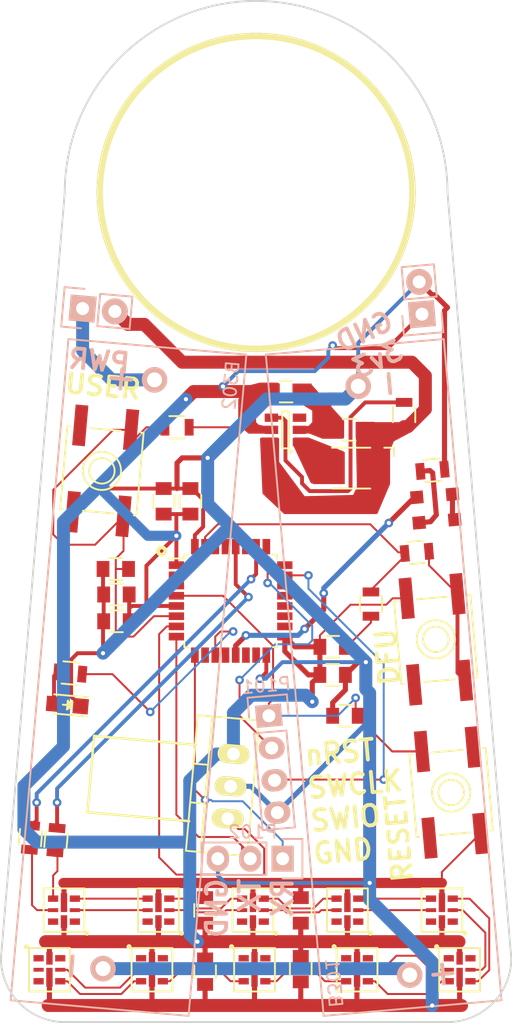
<source format=kicad_pcb>
(kicad_pcb (version 4) (host pcbnew 4.0.2-stable)

  (general
    (links 115)
    (no_connects 0)
    (area 62.486887 64.924999 107.263114 145.1674)
    (thickness 1.6)
    (drawings 14)
    (tracks 478)
    (zones 0)
    (modules 49)
    (nets 86)
  )

  (page A4)
  (layers
    (0 Top_Copper signal)
    (31 Bottom_Copper signal)
    (32 B.Adhes user)
    (33 F.Adhes user)
    (34 B.Paste user)
    (35 F.Paste user)
    (36 B.SilkS user)
    (37 F.SilkS user)
    (38 B.Mask user)
    (39 F.Mask user)
    (40 Dwgs.User user)
    (41 Cmts.User user)
    (42 Eco1.User user)
    (43 Eco2.User user)
    (44 Edge.Cuts user)
    (45 Margin user)
    (46 B.CrtYd user)
    (47 F.CrtYd user)
    (48 B.Fab user hide)
    (49 F.Fab user hide)
  )

  (setup
    (last_trace_width 1.016)
    (user_trace_width 0.1524)
    (user_trace_width 0.3048)
    (user_trace_width 0.4)
    (user_trace_width 0.79375)
    (user_trace_width 1.016)
    (trace_clearance 0.1524)
    (zone_clearance 1)
    (zone_45_only no)
    (trace_min 0.1524)
    (segment_width 0.2)
    (edge_width 0.15)
    (via_size 0.68)
    (via_drill 0.3302)
    (via_min_size 0.68)
    (via_min_drill 0.3302)
    (uvia_size 1)
    (uvia_drill 0)
    (uvias_allowed no)
    (uvia_min_size 0)
    (uvia_min_drill 0)
    (pcb_text_width 0.3)
    (pcb_text_size 1.5 1.5)
    (mod_edge_width 0.15)
    (mod_text_size 1 1)
    (mod_text_width 0.15)
    (pad_size 2.49936 1.50114)
    (pad_drill 1.00076)
    (pad_to_mask_clearance 0.2)
    (aux_axis_origin 0 0)
    (grid_origin 78.8 109.2)
    (visible_elements FFFFFF7F)
    (pcbplotparams
      (layerselection 0x010f0_80000001)
      (usegerberextensions true)
      (excludeedgelayer true)
      (linewidth 0.100000)
      (plotframeref false)
      (viasonmask false)
      (mode 1)
      (useauxorigin false)
      (hpglpennumber 1)
      (hpglpenspeed 20)
      (hpglpendiameter 15)
      (hpglpenoverlay 2)
      (psnegative false)
      (psa4output false)
      (plotreference true)
      (plotvalue true)
      (plotinvisibletext false)
      (padsonsilk false)
      (subtractmaskfromsilk false)
      (outputformat 1)
      (mirror false)
      (drillshape 0)
      (scaleselection 1)
      (outputdirectory gerbers-panel))
  )

  (net 0 "")
  (net 1 GND)
  (net 2 +BATT)
  (net 3 /nRST)
  (net 4 /USER_BUTTON)
  (net 5 +3V3)
  (net 6 /Power/VIN)
  (net 7 "Net-(D101-Pad2)")
  (net 8 "Net-(D102-Pad1)")
  (net 9 /IR_TX)
  (net 10 "Net-(D103-Pad1)")
  (net 11 "Net-(L301-Pad2)")
  (net 12 /SWDCLK)
  (net 13 /SWDIO)
  (net 14 /USER_LED)
  (net 15 /LEDArray/MOSI-IN)
  (net 16 /LED_MOSI)
  (net 17 /LEDArray/SCK-IN)
  (net 18 /LED_CLK)
  (net 19 "Net-(R301-Pad2)")
  (net 20 "Net-(U101-Pad2)")
  (net 21 "Net-(U101-Pad3)")
  (net 22 "Net-(U101-Pad10)")
  (net 23 /IR_RX)
  (net 24 "Net-(U101-Pad12)")
  (net 25 "Net-(U101-Pad14)")
  (net 26 "Net-(U101-Pad15)")
  (net 27 "Net-(U101-Pad18)")
  (net 28 "Net-(U101-Pad19)")
  (net 29 "Net-(U101-Pad20)")
  (net 30 "Net-(U101-Pad21)")
  (net 31 "Net-(U101-Pad22)")
  (net 32 "Net-(U101-Pad25)")
  (net 33 "Net-(U101-Pad27)")
  (net 34 "Net-(U101-Pad29)")
  (net 35 "Net-(U101-Pad30)")
  (net 36 "Net-(U201-Pad2)")
  (net 37 "Net-(U201-Pad3)")
  (net 38 "Net-(U202-Pad5)")
  (net 39 "Net-(U202-Pad2)")
  (net 40 "Net-(U202-Pad4)")
  (net 41 "Net-(U202-Pad3)")
  (net 42 "Net-(U203-Pad2)")
  (net 43 "Net-(U203-Pad3)")
  (net 44 "Net-(U204-Pad2)")
  (net 45 "Net-(U204-Pad3)")
  (net 46 "Net-(U205-Pad2)")
  (net 47 "Net-(U205-Pad3)")
  (net 48 "Net-(U206-Pad2)")
  (net 49 "Net-(U206-Pad3)")
  (net 50 "Net-(U207-Pad2)")
  (net 51 "Net-(U207-Pad3)")
  (net 52 "Net-(U208-Pad2)")
  (net 53 "Net-(U208-Pad3)")
  (net 54 /LEDArray/SCK-OUT)
  (net 55 /LEDArray/MOSI-OUT)
  (net 56 "Net-(U301-Pad3)")
  (net 57 "Net-(R1-Pad1)")
  (net 58 /USART2_TX)
  (net 59 /USART2_RX)
  (net 60 "Net-(SW1-Pad4)")
  (net 61 "Net-(SW2-Pad1)")
  (net 62 "Net-(U201-Pad6)")
  (net 63 "Net-(U201-Pad1)")
  (net 64 "Net-(U202-Pad6)")
  (net 65 "Net-(U202-Pad1)")
  (net 66 "Net-(U203-Pad6)")
  (net 67 "Net-(U203-Pad1)")
  (net 68 "Net-(U204-Pad6)")
  (net 69 "Net-(U204-Pad1)")
  (net 70 "Net-(U205-Pad6)")
  (net 71 "Net-(U205-Pad1)")
  (net 72 "Net-(U206-Pad6)")
  (net 73 "Net-(U206-Pad1)")
  (net 74 "Net-(U207-Pad6)")
  (net 75 "Net-(U207-Pad1)")
  (net 76 "Net-(U208-Pad6)")
  (net 77 "Net-(U209-Pad6)")
  (net 78 "Net-(U209-Pad1)")
  (net 79 "Net-(U210-Pad6)")
  (net 80 "Net-(U210-Pad1)")
  (net 81 "Net-(SW1-Pad1)")
  (net 82 "Net-(R1-Pad2)")
  (net 83 "Net-(B301-Pad1)")
  (net 84 "Net-(SW103-Pad2)")
  (net 85 "Net-(U208-Pad1)")

  (net_class Default "This is the default net class."
    (clearance 0.1524)
    (trace_width 0.1524)
    (via_dia 0.68)
    (via_drill 0.3302)
    (uvia_dia 1)
    (uvia_drill 0)
    (add_net +3V3)
    (add_net +BATT)
    (add_net /IR_RX)
    (add_net /IR_TX)
    (add_net /LEDArray/MOSI-IN)
    (add_net /LEDArray/MOSI-OUT)
    (add_net /LEDArray/SCK-IN)
    (add_net /LEDArray/SCK-OUT)
    (add_net /LED_CLK)
    (add_net /LED_MOSI)
    (add_net /Power/VIN)
    (add_net /SWDCLK)
    (add_net /SWDIO)
    (add_net /USART2_RX)
    (add_net /USART2_TX)
    (add_net /USER_BUTTON)
    (add_net /USER_LED)
    (add_net /nRST)
    (add_net GND)
    (add_net "Net-(B301-Pad1)")
    (add_net "Net-(D101-Pad2)")
    (add_net "Net-(D102-Pad1)")
    (add_net "Net-(D103-Pad1)")
    (add_net "Net-(L301-Pad2)")
    (add_net "Net-(R1-Pad1)")
    (add_net "Net-(R1-Pad2)")
    (add_net "Net-(R301-Pad2)")
    (add_net "Net-(SW1-Pad1)")
    (add_net "Net-(SW1-Pad4)")
    (add_net "Net-(SW103-Pad2)")
    (add_net "Net-(SW2-Pad1)")
    (add_net "Net-(U101-Pad10)")
    (add_net "Net-(U101-Pad12)")
    (add_net "Net-(U101-Pad14)")
    (add_net "Net-(U101-Pad15)")
    (add_net "Net-(U101-Pad18)")
    (add_net "Net-(U101-Pad19)")
    (add_net "Net-(U101-Pad2)")
    (add_net "Net-(U101-Pad20)")
    (add_net "Net-(U101-Pad21)")
    (add_net "Net-(U101-Pad22)")
    (add_net "Net-(U101-Pad25)")
    (add_net "Net-(U101-Pad27)")
    (add_net "Net-(U101-Pad29)")
    (add_net "Net-(U101-Pad3)")
    (add_net "Net-(U101-Pad30)")
    (add_net "Net-(U201-Pad1)")
    (add_net "Net-(U201-Pad2)")
    (add_net "Net-(U201-Pad3)")
    (add_net "Net-(U201-Pad6)")
    (add_net "Net-(U202-Pad1)")
    (add_net "Net-(U202-Pad2)")
    (add_net "Net-(U202-Pad3)")
    (add_net "Net-(U202-Pad4)")
    (add_net "Net-(U202-Pad5)")
    (add_net "Net-(U202-Pad6)")
    (add_net "Net-(U203-Pad1)")
    (add_net "Net-(U203-Pad2)")
    (add_net "Net-(U203-Pad3)")
    (add_net "Net-(U203-Pad6)")
    (add_net "Net-(U204-Pad1)")
    (add_net "Net-(U204-Pad2)")
    (add_net "Net-(U204-Pad3)")
    (add_net "Net-(U204-Pad6)")
    (add_net "Net-(U205-Pad1)")
    (add_net "Net-(U205-Pad2)")
    (add_net "Net-(U205-Pad3)")
    (add_net "Net-(U205-Pad6)")
    (add_net "Net-(U206-Pad1)")
    (add_net "Net-(U206-Pad2)")
    (add_net "Net-(U206-Pad3)")
    (add_net "Net-(U206-Pad6)")
    (add_net "Net-(U207-Pad1)")
    (add_net "Net-(U207-Pad2)")
    (add_net "Net-(U207-Pad3)")
    (add_net "Net-(U207-Pad6)")
    (add_net "Net-(U208-Pad1)")
    (add_net "Net-(U208-Pad2)")
    (add_net "Net-(U208-Pad3)")
    (add_net "Net-(U208-Pad6)")
    (add_net "Net-(U209-Pad1)")
    (add_net "Net-(U209-Pad6)")
    (add_net "Net-(U210-Pad1)")
    (add_net "Net-(U210-Pad6)")
    (add_net "Net-(U301-Pad3)")
  )

  (module Capacitors_SMD:C_0805 (layer Top_Copper) (tedit 58AFE280) (tstamp 589F9BEE)
    (at 79.85 104.2 90)
    (descr "Capacitor SMD 0805, reflow soldering, AVX (see smccp.pdf)")
    (tags "capacitor 0805")
    (path /589FBA2B)
    (attr smd)
    (fp_text reference C108 (at 1.2 1.95 90) (layer F.SilkS) hide
      (effects (font (size 1 1) (thickness 0.15)))
    )
    (fp_text value 100nF (at 1.25 3.25 180) (layer F.Fab)
      (effects (font (size 1 1) (thickness 0.15)))
    )
    (fp_line (start -1.8 -1) (end 1.8 -1) (layer F.CrtYd) (width 0.05))
    (fp_line (start -1.8 1) (end 1.8 1) (layer F.CrtYd) (width 0.05))
    (fp_line (start -1.8 -1) (end -1.8 1) (layer F.CrtYd) (width 0.05))
    (fp_line (start 1.8 -1) (end 1.8 1) (layer F.CrtYd) (width 0.05))
    (fp_line (start 0.5 -0.85) (end -0.5 -0.85) (layer F.SilkS) (width 0.15))
    (fp_line (start -0.5 0.85) (end 0.5 0.85) (layer F.SilkS) (width 0.15))
    (pad 1 smd rect (at -1 0 90) (size 1 1.25) (layers Top_Copper F.Paste F.Mask)
      (net 5 +3V3))
    (pad 2 smd rect (at 1 0 90) (size 1 1.25) (layers Top_Copper F.Paste F.Mask)
      (net 1 GND))
    (model Capacitors_SMD.3dshapes/C_0805.wrl
      (at (xyz 0 0 0))
      (scale (xyz 1 1 1))
      (rotate (xyz 0 0 0))
    )
  )

  (module "Borgel Custom:TO-220_Neutral123_Vertical_LayDown" (layer Top_Copper) (tedit 58AFE1F9) (tstamp 589ADA81)
    (at 83 126.530335 85)
    (descr "TO-220, Neutral, Vertical,")
    (tags "TO-220, Neutral, Vertical,")
    (path /589AB163)
    (fp_text reference U102 (at 0 -5.08 85) (layer F.SilkS) hide
      (effects (font (size 1 1) (thickness 0.15)))
    )
    (fp_text value TSSP58P38 (at 0.04 -3.5 85) (layer F.Fab)
      (effects (font (size 1 1) (thickness 0.15)))
    )
    (fp_line (start -3 -11) (end -3 -3) (layer F.SilkS) (width 0.2))
    (fp_line (start 3 -11) (end 3 -3) (layer F.SilkS) (width 0.2))
    (fp_line (start 3 -11) (end -3 -11) (layer F.SilkS) (width 0.2))
    (fp_line (start -1.524 -3.048) (end -1.524 -1.905) (layer F.SilkS) (width 0.15))
    (fp_line (start 1.524 -3.048) (end 1.524 -1.905) (layer F.SilkS) (width 0.15))
    (fp_line (start 5.334 -1.905) (end 5.334 1.778) (layer F.SilkS) (width 0.15))
    (fp_line (start 5.334 1.778) (end -5.334 1.778) (layer F.SilkS) (width 0.15))
    (fp_line (start -5.334 1.778) (end -5.334 -1.905) (layer F.SilkS) (width 0.15))
    (fp_line (start 5.334 -3.048) (end 5.334 -1.905) (layer F.SilkS) (width 0.15))
    (fp_line (start 5.334 -1.905) (end -5.334 -1.905) (layer F.SilkS) (width 0.15))
    (fp_line (start -5.334 -1.905) (end -5.334 -3.048) (layer F.SilkS) (width 0.15))
    (fp_line (start 0 -3.048) (end -5.334 -3.048) (layer F.SilkS) (width 0.15))
    (fp_line (start 0 -3.048) (end 5.334 -3.048) (layer F.SilkS) (width 0.15))
    (pad 2 thru_hole oval (at 0 0 175) (size 2.49936 1.50114) (drill 1.00076) (layers *.Cu *.Mask F.SilkS)
      (net 1 GND))
    (pad 1 thru_hole oval (at -2.54 0 175) (size 2.49936 1.50114) (drill 1.00076) (layers *.Cu *.Mask F.SilkS)
      (net 23 /IR_RX))
    (pad 3 thru_hole oval (at 2.54 0 175) (size 2.49936 1.50114) (drill 1.00076) (layers *.Cu *.Mask F.SilkS)
      (net 5 +3V3))
    (model TO_SOT_Packages_THT.3dshapes/TO-220_Neutral123_Vertical.wrl
      (at (xyz 0 0 0))
      (scale (xyz 0.3937 0.3937 0.3937))
      (rotate (xyz 0 0 0))
    )
  )

  (module "Borgel Custom:BCAAAPC" locked (layer Bottom_Copper) (tedit 58313D6F) (tstamp 589AB594)
    (at 95 118 95)
    (path /589ACC17/589ACFC3)
    (fp_text reference B301 (at -23.5 -6 95) (layer B.SilkS)
      (effects (font (size 1 1) (thickness 0.15)) (justify mirror))
    )
    (fp_text value BCAAAPC (at 0 6 95) (layer B.Fab)
      (effects (font (size 1 1) (thickness 0.15)) (justify mirror))
    )
    (fp_text user - (at 22.9 2.6 95) (layer B.SilkS)
      (effects (font (size 2 2) (thickness 0.3)) (justify mirror))
    )
    (fp_text user + (at -23.4 2.6 365) (layer B.SilkS)
      (effects (font (size 2 2) (thickness 0.3)) (justify mirror))
    )
    (fp_line (start -26 7) (end 26 7) (layer B.SilkS) (width 0.15))
    (fp_line (start 26 7) (end 26 -7) (layer B.SilkS) (width 0.15))
    (fp_line (start 26 -7) (end -26 -7) (layer B.SilkS) (width 0.15))
    (fp_line (start -26 -7) (end -26 7) (layer B.SilkS) (width 0.15))
    (pad 2 thru_hole circle (at 22.9 0 95) (size 2 2) (drill 1.17) (layers *.Cu *.Mask B.SilkS)
      (net 1 GND))
    (pad 1 thru_hole circle (at -23.405 0 95) (size 2 2) (drill 1.17) (layers *.Cu *.Mask B.SilkS)
      (net 83 "Net-(B301-Pad1)"))
  )

  (module Capacitors_SMD:C_0805 (layer Top_Copper) (tedit 58AFE1DA) (tstamp 589AB59A)
    (at 92 121 180)
    (descr "Capacitor SMD 0805, reflow soldering, AVX (see smccp.pdf)")
    (tags "capacitor 0805")
    (path /58732502)
    (attr smd)
    (fp_text reference C101 (at -3.8 0 180) (layer F.SilkS) hide
      (effects (font (size 1 1) (thickness 0.15)))
    )
    (fp_text value 0.1µF (at -4.2 0.2 180) (layer F.Fab)
      (effects (font (size 1 1) (thickness 0.15)))
    )
    (fp_line (start -1.8 -1) (end 1.8 -1) (layer F.CrtYd) (width 0.05))
    (fp_line (start -1.8 1) (end 1.8 1) (layer F.CrtYd) (width 0.05))
    (fp_line (start -1.8 -1) (end -1.8 1) (layer F.CrtYd) (width 0.05))
    (fp_line (start 1.8 -1) (end 1.8 1) (layer F.CrtYd) (width 0.05))
    (fp_line (start 0.5 -0.85) (end -0.5 -0.85) (layer F.SilkS) (width 0.15))
    (fp_line (start -0.5 0.85) (end 0.5 0.85) (layer F.SilkS) (width 0.15))
    (pad 1 smd rect (at -1 0 180) (size 1 1.25) (layers Top_Copper F.Paste F.Mask)
      (net 3 /nRST))
    (pad 2 smd rect (at 1 0 180) (size 1 1.25) (layers Top_Copper F.Paste F.Mask)
      (net 1 GND))
    (model Capacitors_SMD.3dshapes/C_0805.wrl
      (at (xyz 0 0 0))
      (scale (xyz 1 1 1))
      (rotate (xyz 0 0 0))
    )
  )

  (module Capacitors_SMD:C_0805 (layer Top_Copper) (tedit 58AFE258) (tstamp 589AB5A0)
    (at 74 109.5 180)
    (descr "Capacitor SMD 0805, reflow soldering, AVX (see smccp.pdf)")
    (tags "capacitor 0805")
    (path /589AE0EE)
    (attr smd)
    (fp_text reference C102 (at 0.3 1.8 180) (layer F.SilkS) hide
      (effects (font (size 1 1) (thickness 0.15)))
    )
    (fp_text value 0.1µF (at 0 2.1 180) (layer F.Fab)
      (effects (font (size 1 1) (thickness 0.15)))
    )
    (fp_line (start -1.8 -1) (end 1.8 -1) (layer F.CrtYd) (width 0.05))
    (fp_line (start -1.8 1) (end 1.8 1) (layer F.CrtYd) (width 0.05))
    (fp_line (start -1.8 -1) (end -1.8 1) (layer F.CrtYd) (width 0.05))
    (fp_line (start 1.8 -1) (end 1.8 1) (layer F.CrtYd) (width 0.05))
    (fp_line (start 0.5 -0.85) (end -0.5 -0.85) (layer F.SilkS) (width 0.15))
    (fp_line (start -0.5 0.85) (end 0.5 0.85) (layer F.SilkS) (width 0.15))
    (pad 1 smd rect (at -1 0 180) (size 1 1.25) (layers Top_Copper F.Paste F.Mask)
      (net 4 /USER_BUTTON))
    (pad 2 smd rect (at 1 0 180) (size 1 1.25) (layers Top_Copper F.Paste F.Mask)
      (net 1 GND))
    (model Capacitors_SMD.3dshapes/C_0805.wrl
      (at (xyz 0 0 0))
      (scale (xyz 1 1 1))
      (rotate (xyz 0 0 0))
    )
  )

  (module Capacitors_SMD:C_0805 (layer Top_Copper) (tedit 58AFE25B) (tstamp 589AB5A6)
    (at 74.05 113.6 180)
    (descr "Capacitor SMD 0805, reflow soldering, AVX (see smccp.pdf)")
    (tags "capacitor 0805")
    (path /586F1879)
    (attr smd)
    (fp_text reference C103 (at 0.05 -2 180) (layer F.SilkS) hide
      (effects (font (size 1 1) (thickness 0.15)))
    )
    (fp_text value 10nF (at 3.5 0 180) (layer F.Fab)
      (effects (font (size 1 1) (thickness 0.15)))
    )
    (fp_line (start -1.8 -1) (end 1.8 -1) (layer F.CrtYd) (width 0.05))
    (fp_line (start -1.8 1) (end 1.8 1) (layer F.CrtYd) (width 0.05))
    (fp_line (start -1.8 -1) (end -1.8 1) (layer F.CrtYd) (width 0.05))
    (fp_line (start 1.8 -1) (end 1.8 1) (layer F.CrtYd) (width 0.05))
    (fp_line (start 0.5 -0.85) (end -0.5 -0.85) (layer F.SilkS) (width 0.15))
    (fp_line (start -0.5 0.85) (end 0.5 0.85) (layer F.SilkS) (width 0.15))
    (pad 1 smd rect (at -1 0 180) (size 1 1.25) (layers Top_Copper F.Paste F.Mask)
      (net 5 +3V3))
    (pad 2 smd rect (at 1 0 180) (size 1 1.25) (layers Top_Copper F.Paste F.Mask)
      (net 1 GND))
    (model Capacitors_SMD.3dshapes/C_0805.wrl
      (at (xyz 0 0 0))
      (scale (xyz 1 1 1))
      (rotate (xyz 0 0 0))
    )
  )

  (module Capacitors_SMD:C_0805 (layer Top_Copper) (tedit 58AFE282) (tstamp 589AB5AC)
    (at 77.75 104.2 90)
    (descr "Capacitor SMD 0805, reflow soldering, AVX (see smccp.pdf)")
    (tags "capacitor 0805")
    (path /586F18C6)
    (attr smd)
    (fp_text reference C104 (at 3.2 1.85 180) (layer F.SilkS) hide
      (effects (font (size 1 1) (thickness 0.15)))
    )
    (fp_text value 10µF (at 4.1 -0.05 270) (layer F.Fab)
      (effects (font (size 1 1) (thickness 0.15)))
    )
    (fp_line (start -1.8 -1) (end 1.8 -1) (layer F.CrtYd) (width 0.05))
    (fp_line (start -1.8 1) (end 1.8 1) (layer F.CrtYd) (width 0.05))
    (fp_line (start -1.8 -1) (end -1.8 1) (layer F.CrtYd) (width 0.05))
    (fp_line (start 1.8 -1) (end 1.8 1) (layer F.CrtYd) (width 0.05))
    (fp_line (start 0.5 -0.85) (end -0.5 -0.85) (layer F.SilkS) (width 0.15))
    (fp_line (start -0.5 0.85) (end 0.5 0.85) (layer F.SilkS) (width 0.15))
    (pad 1 smd rect (at -1 0 90) (size 1 1.25) (layers Top_Copper F.Paste F.Mask)
      (net 5 +3V3))
    (pad 2 smd rect (at 1 0 90) (size 1 1.25) (layers Top_Copper F.Paste F.Mask)
      (net 1 GND))
    (model Capacitors_SMD.3dshapes/C_0805.wrl
      (at (xyz 0 0 0))
      (scale (xyz 1 1 1))
      (rotate (xyz 0 0 0))
    )
  )

  (module Capacitors_SMD:C_0805 (layer Top_Copper) (tedit 58AFE220) (tstamp 589AB5B2)
    (at 74.05 111.5 180)
    (descr "Capacitor SMD 0805, reflow soldering, AVX (see smccp.pdf)")
    (tags "capacitor 0805")
    (path /586F1A40)
    (attr smd)
    (fp_text reference C105 (at -2.55 2.1 270) (layer F.SilkS) hide
      (effects (font (size 1 1) (thickness 0.15)))
    )
    (fp_text value 1µF (at 3.2 -0.2 180) (layer F.Fab)
      (effects (font (size 1 1) (thickness 0.15)))
    )
    (fp_line (start -1.8 -1) (end 1.8 -1) (layer F.CrtYd) (width 0.05))
    (fp_line (start -1.8 1) (end 1.8 1) (layer F.CrtYd) (width 0.05))
    (fp_line (start -1.8 -1) (end -1.8 1) (layer F.CrtYd) (width 0.05))
    (fp_line (start 1.8 -1) (end 1.8 1) (layer F.CrtYd) (width 0.05))
    (fp_line (start 0.5 -0.85) (end -0.5 -0.85) (layer F.SilkS) (width 0.15))
    (fp_line (start -0.5 0.85) (end 0.5 0.85) (layer F.SilkS) (width 0.15))
    (pad 1 smd rect (at -1 0 180) (size 1 1.25) (layers Top_Copper F.Paste F.Mask)
      (net 5 +3V3))
    (pad 2 smd rect (at 1 0 180) (size 1 1.25) (layers Top_Copper F.Paste F.Mask)
      (net 1 GND))
    (model Capacitors_SMD.3dshapes/C_0805.wrl
      (at (xyz 0 0 0))
      (scale (xyz 1 1 1))
      (rotate (xyz 0 0 0))
    )
  )

  (module Capacitors_SMD:C_0805_HandSoldering (layer Top_Copper) (tedit 58AFE223) (tstamp 589AB5B8)
    (at 92.3 98.6 180)
    (descr "Capacitor SMD 0805, hand soldering")
    (tags "capacitor 0805")
    (path /589ACC17/589ACFA6)
    (attr smd)
    (fp_text reference C301 (at -0.275 1.625 180) (layer F.SilkS) hide
      (effects (font (size 1 1) (thickness 0.15)))
    )
    (fp_text value 4.7uF (at -0.148 1.625 180) (layer F.Fab)
      (effects (font (size 1 1) (thickness 0.15)))
    )
    (fp_line (start -2.3 -1) (end 2.3 -1) (layer F.CrtYd) (width 0.05))
    (fp_line (start -2.3 1) (end 2.3 1) (layer F.CrtYd) (width 0.05))
    (fp_line (start -2.3 -1) (end -2.3 1) (layer F.CrtYd) (width 0.05))
    (fp_line (start 2.3 -1) (end 2.3 1) (layer F.CrtYd) (width 0.05))
    (fp_line (start 0.5 -0.85) (end -0.5 -0.85) (layer F.SilkS) (width 0.15))
    (fp_line (start -0.5 0.85) (end 0.5 0.85) (layer F.SilkS) (width 0.15))
    (pad 1 smd rect (at -1.25 0 180) (size 1.5 1.25) (layers Top_Copper F.Paste F.Mask)
      (net 6 /Power/VIN))
    (pad 2 smd rect (at 1.25 0 180) (size 1.5 1.25) (layers Top_Copper F.Paste F.Mask)
      (net 1 GND))
    (model Capacitors_SMD.3dshapes/C_0805_HandSoldering.wrl
      (at (xyz 0 0 0))
      (scale (xyz 1 1 1))
      (rotate (xyz 0 0 0))
    )
  )

  (module Capacitors_SMD:C_0805_HandSoldering (layer Top_Copper) (tedit 58AFE279) (tstamp 589AB5BE)
    (at 87.35 95.6)
    (descr "Capacitor SMD 0805, hand soldering")
    (tags "capacitor 0805")
    (path /589ACC17/589ACFA7)
    (attr smd)
    (fp_text reference C302 (at 0.018 -1.8) (layer F.SilkS) hide
      (effects (font (size 1 1) (thickness 0.15)))
    )
    (fp_text value 4.7uF (at -4.808 -2.181) (layer F.Fab)
      (effects (font (size 1 1) (thickness 0.15)))
    )
    (fp_line (start -2.3 -1) (end 2.3 -1) (layer F.CrtYd) (width 0.05))
    (fp_line (start -2.3 1) (end 2.3 1) (layer F.CrtYd) (width 0.05))
    (fp_line (start -2.3 -1) (end -2.3 1) (layer F.CrtYd) (width 0.05))
    (fp_line (start 2.3 -1) (end 2.3 1) (layer F.CrtYd) (width 0.05))
    (fp_line (start 0.5 -0.85) (end -0.5 -0.85) (layer F.SilkS) (width 0.15))
    (fp_line (start -0.5 0.85) (end 0.5 0.85) (layer F.SilkS) (width 0.15))
    (pad 1 smd rect (at -1.25 0) (size 1.5 1.25) (layers Top_Copper F.Paste F.Mask)
      (net 5 +3V3))
    (pad 2 smd rect (at 1.25 0) (size 1.5 1.25) (layers Top_Copper F.Paste F.Mask)
      (net 1 GND))
    (model Capacitors_SMD.3dshapes/C_0805_HandSoldering.wrl
      (at (xyz 0 0 0))
      (scale (xyz 1 1 1))
      (rotate (xyz 0 0 0))
    )
  )

  (module LEDs:LED_0805 (layer Top_Copper) (tedit 58AFE215) (tstamp 589AB5C4)
    (at 70.204281 120.163585 175)
    (descr "LED 0805 smd package")
    (tags "LED 0805 SMD")
    (path /589AB5E7)
    (attr smd)
    (fp_text reference D101 (at 1.410918 -1.771186 175) (layer F.SilkS) hide
      (effects (font (size 1 1) (thickness 0.15)))
    )
    (fp_text value USER_LED (at 0.254 -1.651 175) (layer F.Fab)
      (effects (font (size 1 1) (thickness 0.15)))
    )
    (fp_line (start -1.6 0.75) (end 1.1 0.75) (layer F.SilkS) (width 0.15))
    (fp_line (start -1.6 -0.75) (end 1.1 -0.75) (layer F.SilkS) (width 0.15))
    (fp_line (start -0.1 0.15) (end -0.1 -0.1) (layer F.SilkS) (width 0.15))
    (fp_line (start -0.1 -0.1) (end -0.25 0.05) (layer F.SilkS) (width 0.15))
    (fp_line (start -0.35 -0.35) (end -0.35 0.35) (layer F.SilkS) (width 0.15))
    (fp_line (start 0 0) (end 0.35 0) (layer F.SilkS) (width 0.15))
    (fp_line (start -0.35 0) (end 0 -0.35) (layer F.SilkS) (width 0.15))
    (fp_line (start 0 -0.35) (end 0 0.35) (layer F.SilkS) (width 0.15))
    (fp_line (start 0 0.35) (end -0.35 0) (layer F.SilkS) (width 0.15))
    (fp_line (start 1.9 -0.95) (end 1.9 0.95) (layer F.CrtYd) (width 0.05))
    (fp_line (start 1.9 0.95) (end -1.9 0.95) (layer F.CrtYd) (width 0.05))
    (fp_line (start -1.9 0.95) (end -1.9 -0.95) (layer F.CrtYd) (width 0.05))
    (fp_line (start -1.9 -0.95) (end 1.9 -0.95) (layer F.CrtYd) (width 0.05))
    (pad 2 smd rect (at 1.04902 0 355) (size 1.19888 1.19888) (layers Top_Copper F.Paste F.Mask)
      (net 7 "Net-(D101-Pad2)"))
    (pad 1 smd rect (at -1.04902 0 355) (size 1.19888 1.19888) (layers Top_Copper F.Paste F.Mask)
      (net 1 GND))
    (model LEDs.3dshapes/LED_0805.wrl
      (at (xyz 0 0 0))
      (scale (xyz 1 1 1))
      (rotate (xyz 0 0 0))
    )
  )

  (module "Borgel Custom:Everlight-IR12-21C-TR8" (layer Top_Copper) (tedit 58AFE1B6) (tstamp 589AB5CA)
    (at 98.99511 103.76426 185)
    (path /589AB08F)
    (fp_text reference D102 (at -4.6 0 185) (layer F.SilkS) hide
      (effects (font (size 1 1) (thickness 0.15)))
    )
    (fp_text value IR12-21C/TR8 (at 1 -2 185) (layer F.Fab) hide
      (effects (font (size 1 1) (thickness 0.15)))
    )
    (pad 1 smd rect (at -1.4 0 185) (size 1 1) (layers Top_Copper F.Paste F.Mask)
      (net 8 "Net-(D102-Pad1)"))
    (pad 2 smd rect (at 1.4 0 185) (size 1 1) (layers Top_Copper F.Paste F.Mask)
      (net 9 /IR_TX))
  )

  (module "Borgel Custom:Everlight-IR12-21C-TR8" (layer Top_Copper) (tedit 58AFE1B9) (tstamp 589AB5D0)
    (at 99.169422 105.75665 5)
    (path /589AB112)
    (fp_text reference D103 (at 4.6 0 5) (layer F.SilkS) hide
      (effects (font (size 1 1) (thickness 0.15)))
    )
    (fp_text value IR12-21C/TR8 (at 2.9 -6.3 275) (layer F.Fab)
      (effects (font (size 1 1) (thickness 0.15)))
    )
    (pad 1 smd rect (at -1.4 0 5) (size 1 1) (layers Top_Copper F.Paste F.Mask)
      (net 10 "Net-(D103-Pad1)"))
    (pad 2 smd rect (at 1.4 0 5) (size 1 1) (layers Top_Copper F.Paste F.Mask)
      (net 8 "Net-(D102-Pad1)"))
  )

  (module Socket_Strips:Socket_Strip_Straight_1x02 (layer Bottom_Copper) (tedit 58AFE186) (tstamp 589AB5D6)
    (at 71.4 89.1 355)
    (descr "Through hole socket strip")
    (tags "socket strip")
    (path /589ACC17/589ACFA5)
    (fp_text reference JP301 (at 1.1 2.3 355) (layer B.SilkS) hide
      (effects (font (size 1 1) (thickness 0.15)) (justify mirror))
    )
    (fp_text value JP_POWER (at 0 3.1 355) (layer B.Fab)
      (effects (font (size 1 1) (thickness 0.15)) (justify mirror))
    )
    (fp_line (start -1.55 -1.55) (end 0 -1.55) (layer B.SilkS) (width 0.15))
    (fp_line (start 3.81 -1.27) (end 1.27 -1.27) (layer B.SilkS) (width 0.15))
    (fp_line (start -1.75 1.75) (end -1.75 -1.75) (layer B.CrtYd) (width 0.05))
    (fp_line (start 4.3 1.75) (end 4.3 -1.75) (layer B.CrtYd) (width 0.05))
    (fp_line (start -1.75 1.75) (end 4.3 1.75) (layer B.CrtYd) (width 0.05))
    (fp_line (start -1.75 -1.75) (end 4.3 -1.75) (layer B.CrtYd) (width 0.05))
    (fp_line (start 1.27 -1.27) (end 1.27 1.27) (layer B.SilkS) (width 0.15))
    (fp_line (start 0 1.55) (end -1.55 1.55) (layer B.SilkS) (width 0.15))
    (fp_line (start -1.55 1.55) (end -1.55 -1.55) (layer B.SilkS) (width 0.15))
    (fp_line (start 1.27 1.27) (end 3.81 1.27) (layer B.SilkS) (width 0.15))
    (fp_line (start 3.81 1.27) (end 3.81 -1.27) (layer B.SilkS) (width 0.15))
    (pad 1 thru_hole rect (at 0 0 355) (size 2.032 2.032) (drill 1.016) (layers *.Cu *.Mask B.SilkS)
      (net 2 +BATT))
    (pad 2 thru_hole oval (at 2.54 0 355) (size 2.032 2.032) (drill 1.016) (layers *.Cu *.Mask B.SilkS)
      (net 6 /Power/VIN))
    (model Socket_Strips.3dshapes/Socket_Strip_Straight_1x02.wrl
      (at (xyz 0.05 0 0))
      (scale (xyz 1 1 1))
      (rotate (xyz 0 0 180))
    )
  )

  (module Inductors:Inductor_1212 (layer Top_Copper) (tedit 58AFE255) (tstamp 589AB5DC)
    (at 92.45 101.6 180)
    (path /589ACC17/589ACFA8)
    (attr smd)
    (fp_text reference L301 (at 0.45 -2.9 180) (layer F.SilkS) hide
      (effects (font (size 1 1) (thickness 0.15)))
    )
    (fp_text value 4.7uH (at 0 -2.75 180) (layer F.Fab)
      (effects (font (size 1 1) (thickness 0.15)))
    )
    (fp_line (start -3.35 1.6) (end -3.35 0.95) (layer F.SilkS) (width 0.15))
    (fp_line (start -2.6 1.6) (end -3.35 1.6) (layer F.SilkS) (width 0.15))
    (fp_line (start -3.5 2) (end -3.5 -2) (layer F.CrtYd) (width 0.05))
    (fp_line (start 3.5 2) (end -3.5 2) (layer F.CrtYd) (width 0.05))
    (fp_line (start 3.5 -2) (end 3.5 2) (layer F.CrtYd) (width 0.05))
    (fp_line (start -3.5 -2) (end 3.5 -2) (layer F.CrtYd) (width 0.05))
    (fp_line (start 1.5 1.6) (end -1.5 1.6) (layer F.SilkS) (width 0.15))
    (fp_line (start -1.5 -1.6) (end 1.5 -1.6) (layer F.SilkS) (width 0.15))
    (pad 1 smd rect (at -1.75 0 180) (size 2.5 2.5) (layers Top_Copper F.Paste F.Mask)
      (net 6 /Power/VIN))
    (pad 2 smd rect (at 1.75 0 180) (size 2.5 2.5) (layers Top_Copper F.Paste F.Mask)
      (net 11 "Net-(L301-Pad2)"))
  )

  (module Pin_Headers:Pin_Header_Straight_1x04 (layer Bottom_Copper) (tedit 0) (tstamp 589AB5E4)
    (at 86 121 185)
    (descr "Through hole pin header")
    (tags "pin header")
    (path /587329F2)
    (fp_text reference P101 (at 0 2.38 185) (layer B.SilkS)
      (effects (font (size 1 1) (thickness 0.15)) (justify mirror))
    )
    (fp_text value PROG_HEADER (at 1.8 -3.57 455) (layer F.Fab)
      (effects (font (size 1 1) (thickness 0.15)))
    )
    (fp_line (start -1.75 1.75) (end -1.75 -9.4) (layer B.CrtYd) (width 0.05))
    (fp_line (start 1.75 1.75) (end 1.75 -9.4) (layer B.CrtYd) (width 0.05))
    (fp_line (start -1.75 1.75) (end 1.75 1.75) (layer B.CrtYd) (width 0.05))
    (fp_line (start -1.75 -9.4) (end 1.75 -9.4) (layer B.CrtYd) (width 0.05))
    (fp_line (start -1.27 -1.27) (end -1.27 -8.89) (layer B.SilkS) (width 0.15))
    (fp_line (start 1.27 -1.27) (end 1.27 -8.89) (layer B.SilkS) (width 0.15))
    (fp_line (start 1.55 1.55) (end 1.55 0) (layer B.SilkS) (width 0.15))
    (fp_line (start -1.27 -8.89) (end 1.27 -8.89) (layer B.SilkS) (width 0.15))
    (fp_line (start 1.27 -1.27) (end -1.27 -1.27) (layer B.SilkS) (width 0.15))
    (fp_line (start -1.55 0) (end -1.55 1.55) (layer B.SilkS) (width 0.15))
    (fp_line (start -1.55 1.55) (end 1.55 1.55) (layer B.SilkS) (width 0.15))
    (pad 1 thru_hole rect (at 0 0 185) (size 2.032 1.7272) (drill 1.016) (layers *.Cu *.Mask B.SilkS)
      (net 3 /nRST))
    (pad 2 thru_hole oval (at 0 -2.54 185) (size 2.032 1.7272) (drill 1.016) (layers *.Cu *.Mask B.SilkS)
      (net 12 /SWDCLK))
    (pad 3 thru_hole oval (at 0 -5.08 185) (size 2.032 1.7272) (drill 1.016) (layers *.Cu *.Mask B.SilkS)
      (net 13 /SWDIO))
    (pad 4 thru_hole oval (at 0 -7.62 185) (size 2.032 1.7272) (drill 1.016) (layers *.Cu *.Mask B.SilkS)
      (net 1 GND))
    (model Pin_Headers.3dshapes/Pin_Header_Straight_1x04.wrl
      (at (xyz 0 -0.15 0))
      (scale (xyz 1 1 1))
      (rotate (xyz 0 0 90))
    )
  )

  (module Pin_Headers:Pin_Header_Straight_1x02 (layer Bottom_Copper) (tedit 58AFC7F9) (tstamp 589AB5EA)
    (at 98 89.54 5)
    (descr "Through hole pin header")
    (tags "pin header")
    (path /589ACC17/589AE4C2)
    (fp_text reference P301 (at 0 2.25 5) (layer B.SilkS) hide
      (effects (font (size 1 1) (thickness 0.15)) (justify mirror))
    )
    (fp_text value DBG_PWR (at 1.8 -1.34 275) (layer F.Fab)
      (effects (font (size 1 1) (thickness 0.15)))
    )
    (fp_line (start 1.27 -1.27) (end 1.27 -3.81) (layer B.SilkS) (width 0.15))
    (fp_line (start 1.55 1.55) (end 1.55 0) (layer B.SilkS) (width 0.15))
    (fp_line (start -1.75 1.75) (end -1.75 -4.3) (layer B.CrtYd) (width 0.05))
    (fp_line (start 1.75 1.75) (end 1.75 -4.3) (layer B.CrtYd) (width 0.05))
    (fp_line (start -1.75 1.75) (end 1.75 1.75) (layer B.CrtYd) (width 0.05))
    (fp_line (start -1.75 -4.3) (end 1.75 -4.3) (layer B.CrtYd) (width 0.05))
    (fp_line (start 1.27 -1.27) (end -1.27 -1.27) (layer B.SilkS) (width 0.15))
    (fp_line (start -1.55 0) (end -1.55 1.55) (layer B.SilkS) (width 0.15))
    (fp_line (start -1.55 1.55) (end 1.55 1.55) (layer B.SilkS) (width 0.15))
    (fp_line (start -1.27 -1.27) (end -1.27 -3.81) (layer B.SilkS) (width 0.15))
    (fp_line (start -1.27 -3.81) (end 1.27 -3.81) (layer B.SilkS) (width 0.15))
    (pad 1 thru_hole rect (at 0 0 5) (size 2.032 2.032) (drill 1.016) (layers *.Cu *.Mask B.SilkS)
      (net 5 +3V3))
    (pad 2 thru_hole oval (at 0 -2.54 5) (size 2.032 2.032) (drill 1.016) (layers *.Cu *.Mask B.SilkS)
      (net 1 GND))
    (model Pin_Headers.3dshapes/Pin_Header_Straight_1x02.wrl
      (at (xyz 0 -0.05 0))
      (scale (xyz 1 1 1))
      (rotate (xyz 0 0 90))
    )
  )

  (module Resistors_SMD:R_0805 (layer Top_Copper) (tedit 58AFE229) (tstamp 589AB5F0)
    (at 97.6 108.2 185)
    (descr "Resistor SMD 0805, reflow soldering, Vishay (see dcrcw.pdf)")
    (tags "resistor 0805")
    (path /589ABA18)
    (attr smd)
    (fp_text reference R1 (at -2.906396 -0.053513 185) (layer F.SilkS) hide
      (effects (font (size 1 1) (thickness 0.15)))
    )
    (fp_text value 10kΩ (at -0.15 -3.2 275) (layer F.Fab)
      (effects (font (size 1 1) (thickness 0.15)))
    )
    (fp_line (start -1.6 -1) (end 1.6 -1) (layer F.CrtYd) (width 0.05))
    (fp_line (start -1.6 1) (end 1.6 1) (layer F.CrtYd) (width 0.05))
    (fp_line (start -1.6 -1) (end -1.6 1) (layer F.CrtYd) (width 0.05))
    (fp_line (start 1.6 -1) (end 1.6 1) (layer F.CrtYd) (width 0.05))
    (fp_line (start 0.6 0.875) (end -0.6 0.875) (layer F.SilkS) (width 0.15))
    (fp_line (start -0.6 -0.875) (end 0.6 -0.875) (layer F.SilkS) (width 0.15))
    (pad 1 smd rect (at -0.95 0 185) (size 0.7 1.3) (layers Top_Copper F.Paste F.Mask)
      (net 57 "Net-(R1-Pad1)"))
    (pad 2 smd rect (at 0.95 0 185) (size 0.7 1.3) (layers Top_Copper F.Paste F.Mask)
      (net 82 "Net-(R1-Pad2)"))
    (model Resistors_SMD.3dshapes/R_0805.wrl
      (at (xyz 0 0 0))
      (scale (xyz 1 1 1))
      (rotate (xyz 0 0 0))
    )
  )

  (module Resistors_SMD:R_0805 (layer Top_Copper) (tedit 58AFE285) (tstamp 589AB5F6)
    (at 78.8 98.4)
    (descr "Resistor SMD 0805, reflow soldering, Vishay (see dcrcw.pdf)")
    (tags "resistor 0805")
    (path /589AD24C)
    (attr smd)
    (fp_text reference R102 (at 0.2 -1.8) (layer F.SilkS) hide
      (effects (font (size 1 1) (thickness 0.15)))
    )
    (fp_text value 10kΩ (at 0.15 1.4) (layer F.Fab)
      (effects (font (size 1 1) (thickness 0.15)))
    )
    (fp_line (start -1.6 -1) (end 1.6 -1) (layer F.CrtYd) (width 0.05))
    (fp_line (start -1.6 1) (end 1.6 1) (layer F.CrtYd) (width 0.05))
    (fp_line (start -1.6 -1) (end -1.6 1) (layer F.CrtYd) (width 0.05))
    (fp_line (start 1.6 -1) (end 1.6 1) (layer F.CrtYd) (width 0.05))
    (fp_line (start 0.6 0.875) (end -0.6 0.875) (layer F.SilkS) (width 0.15))
    (fp_line (start -0.6 -0.875) (end 0.6 -0.875) (layer F.SilkS) (width 0.15))
    (pad 1 smd rect (at -0.95 0) (size 0.7 1.3) (layers Top_Copper F.Paste F.Mask)
      (net 4 /USER_BUTTON))
    (pad 2 smd rect (at 0.95 0) (size 0.7 1.3) (layers Top_Copper F.Paste F.Mask)
      (net 5 +3V3))
    (model Resistors_SMD.3dshapes/R_0805.wrl
      (at (xyz 0 0 0))
      (scale (xyz 1 1 1))
      (rotate (xyz 0 0 0))
    )
  )

  (module Resistors_SMD:R_0805 (layer Top_Copper) (tedit 58AFE212) (tstamp 589AB5FC)
    (at 70.42339 117.659151 355)
    (descr "Resistor SMD 0805, reflow soldering, Vishay (see dcrcw.pdf)")
    (tags "resistor 0805")
    (path /589AC8F3)
    (attr smd)
    (fp_text reference R103 (at -4.030666 0.092497 355) (layer F.SilkS) hide
      (effects (font (size 1 1) (thickness 0.15)))
    )
    (fp_text value 0Ω (at 2.032 0.381 355) (layer F.Fab)
      (effects (font (size 1 1) (thickness 0.15)))
    )
    (fp_line (start -1.6 -1) (end 1.6 -1) (layer F.CrtYd) (width 0.05))
    (fp_line (start -1.6 1) (end 1.6 1) (layer F.CrtYd) (width 0.05))
    (fp_line (start -1.6 -1) (end -1.6 1) (layer F.CrtYd) (width 0.05))
    (fp_line (start 1.6 -1) (end 1.6 1) (layer F.CrtYd) (width 0.05))
    (fp_line (start 0.6 0.875) (end -0.6 0.875) (layer F.SilkS) (width 0.15))
    (fp_line (start -0.6 -0.875) (end 0.6 -0.875) (layer F.SilkS) (width 0.15))
    (pad 1 smd rect (at -0.95 0 355) (size 0.7 1.3) (layers Top_Copper F.Paste F.Mask)
      (net 7 "Net-(D101-Pad2)"))
    (pad 2 smd rect (at 0.95 0 355) (size 0.7 1.3) (layers Top_Copper F.Paste F.Mask)
      (net 14 /USER_LED))
    (model Resistors_SMD.3dshapes/R_0805.wrl
      (at (xyz 0 0 0))
      (scale (xyz 1 1 1))
      (rotate (xyz 0 0 0))
    )
  )

  (module Resistors_SMD:R_0805 (layer Top_Copper) (tedit 58AFE226) (tstamp 589AB60E)
    (at 98.820799 101.771871 185)
    (descr "Resistor SMD 0805, reflow soldering, Vishay (see dcrcw.pdf)")
    (tags "resistor 0805")
    (path /589AC4B3)
    (attr smd)
    (fp_text reference R106 (at 0.156434 1.892707 185) (layer F.SilkS) hide
      (effects (font (size 1 1) (thickness 0.15)))
    )
    (fp_text value 36Ω (at 1.5 1.55 185) (layer F.Fab)
      (effects (font (size 1 1) (thickness 0.15)))
    )
    (fp_line (start -1.6 -1) (end 1.6 -1) (layer F.CrtYd) (width 0.05))
    (fp_line (start -1.6 1) (end 1.6 1) (layer F.CrtYd) (width 0.05))
    (fp_line (start -1.6 -1) (end -1.6 1) (layer F.CrtYd) (width 0.05))
    (fp_line (start 1.6 -1) (end 1.6 1) (layer F.CrtYd) (width 0.05))
    (fp_line (start 0.6 0.875) (end -0.6 0.875) (layer F.SilkS) (width 0.15))
    (fp_line (start -0.6 -0.875) (end 0.6 -0.875) (layer F.SilkS) (width 0.15))
    (pad 1 smd rect (at -0.95 0 185) (size 0.7 1.3) (layers Top_Copper F.Paste F.Mask)
      (net 1 GND))
    (pad 2 smd rect (at 0.95 0 185) (size 0.7 1.3) (layers Top_Copper F.Paste F.Mask)
      (net 10 "Net-(D103-Pad1)"))
    (model Resistors_SMD.3dshapes/R_0805.wrl
      (at (xyz 0 0 0))
      (scale (xyz 1 1 1))
      (rotate (xyz 0 0 0))
    )
  )

  (module Resistors_SMD:R_0805 (layer Top_Copper) (tedit 58AFE276) (tstamp 589AB614)
    (at 96.6 97.4 90)
    (descr "Resistor SMD 0805, reflow soldering, Vishay (see dcrcw.pdf)")
    (tags "resistor 0805")
    (path /589ACC17/589ACFBF)
    (attr smd)
    (fp_text reference R301 (at 1.55 -2.05 90) (layer F.SilkS) hide
      (effects (font (size 1 1) (thickness 0.15)))
    )
    (fp_text value 1MΩ (at 0 2.1 90) (layer F.Fab)
      (effects (font (size 1 1) (thickness 0.15)))
    )
    (fp_line (start -1.6 -1) (end 1.6 -1) (layer F.CrtYd) (width 0.05))
    (fp_line (start -1.6 1) (end 1.6 1) (layer F.CrtYd) (width 0.05))
    (fp_line (start -1.6 -1) (end -1.6 1) (layer F.CrtYd) (width 0.05))
    (fp_line (start 1.6 -1) (end 1.6 1) (layer F.CrtYd) (width 0.05))
    (fp_line (start 0.6 0.875) (end -0.6 0.875) (layer F.SilkS) (width 0.15))
    (fp_line (start -0.6 -0.875) (end 0.6 -0.875) (layer F.SilkS) (width 0.15))
    (pad 1 smd rect (at -0.95 0 90) (size 0.7 1.3) (layers Top_Copper F.Paste F.Mask)
      (net 6 /Power/VIN))
    (pad 2 smd rect (at 0.95 0 90) (size 0.7 1.3) (layers Top_Copper F.Paste F.Mask)
      (net 19 "Net-(R301-Pad2)"))
    (model Resistors_SMD.3dshapes/R_0805.wrl
      (at (xyz 0 0 0))
      (scale (xyz 1 1 1))
      (rotate (xyz 0 0 0))
    )
  )

  (module Housings_QFP:LQFP-32_7x7mm_Pitch0.8mm (layer Top_Copper) (tedit 58AFE27D) (tstamp 589AB650)
    (at 83 112)
    (descr "LQFP32: plastic low profile quad flat package; 32 leads; body 7 x 7 x 1.4 mm (see NXP sot358-1_po.pdf and sot358-1_fr.pdf)")
    (tags "QFP 0.8")
    (path /58731460)
    (attr smd)
    (fp_text reference U101 (at 0 -5.85) (layer F.SilkS) hide
      (effects (font (size 1 1) (thickness 0.15)))
    )
    (fp_text value STM32F051K8T6 (at 0 5.85) (layer F.Fab)
      (effects (font (size 1 1) (thickness 0.15)))
    )
    (fp_line (start -5.1 -5.1) (end -5.1 5.1) (layer F.CrtYd) (width 0.05))
    (fp_line (start 5.1 -5.1) (end 5.1 5.1) (layer F.CrtYd) (width 0.05))
    (fp_line (start -5.1 -5.1) (end 5.1 -5.1) (layer F.CrtYd) (width 0.05))
    (fp_line (start -5.1 5.1) (end 5.1 5.1) (layer F.CrtYd) (width 0.05))
    (fp_line (start -3.625 -3.625) (end -3.625 -3.325) (layer F.SilkS) (width 0.15))
    (fp_line (start 3.625 -3.625) (end 3.625 -3.325) (layer F.SilkS) (width 0.15))
    (fp_line (start 3.625 3.625) (end 3.625 3.325) (layer F.SilkS) (width 0.15))
    (fp_line (start -3.625 3.625) (end -3.625 3.325) (layer F.SilkS) (width 0.15))
    (fp_line (start -3.625 -3.625) (end -3.325 -3.625) (layer F.SilkS) (width 0.15))
    (fp_line (start -3.625 3.625) (end -3.325 3.625) (layer F.SilkS) (width 0.15))
    (fp_line (start 3.625 3.625) (end 3.325 3.625) (layer F.SilkS) (width 0.15))
    (fp_line (start 3.625 -3.625) (end 3.325 -3.625) (layer F.SilkS) (width 0.15))
    (fp_line (start -3.625 -3.325) (end -4.85 -3.325) (layer F.SilkS) (width 0.15))
    (pad 1 smd rect (at -4.25 -2.8) (size 1.2 0.6) (layers Top_Copper F.Paste F.Mask)
      (net 5 +3V3))
    (pad 2 smd rect (at -4.25 -2) (size 1.2 0.6) (layers Top_Copper F.Paste F.Mask)
      (net 20 "Net-(U101-Pad2)"))
    (pad 3 smd rect (at -4.25 -1.2) (size 1.2 0.6) (layers Top_Copper F.Paste F.Mask)
      (net 21 "Net-(U101-Pad3)"))
    (pad 4 smd rect (at -4.25 -0.4) (size 1.2 0.6) (layers Top_Copper F.Paste F.Mask)
      (net 3 /nRST))
    (pad 5 smd rect (at -4.25 0.4) (size 1.2 0.6) (layers Top_Copper F.Paste F.Mask)
      (net 5 +3V3))
    (pad 6 smd rect (at -4.25 1.2) (size 1.2 0.6) (layers Top_Copper F.Paste F.Mask)
      (net 4 /USER_BUTTON))
    (pad 7 smd rect (at -4.25 2) (size 1.2 0.6) (layers Top_Copper F.Paste F.Mask)
      (net 23 /IR_RX))
    (pad 8 smd rect (at -4.25 2.8) (size 1.2 0.6) (layers Top_Copper F.Paste F.Mask)
      (net 58 /USART2_TX))
    (pad 9 smd rect (at -2.8 4.25 90) (size 1.2 0.6) (layers Top_Copper F.Paste F.Mask)
      (net 59 /USART2_RX))
    (pad 10 smd rect (at -2 4.25 90) (size 1.2 0.6) (layers Top_Copper F.Paste F.Mask)
      (net 22 "Net-(U101-Pad10)"))
    (pad 11 smd rect (at -1.2 4.25 90) (size 1.2 0.6) (layers Top_Copper F.Paste F.Mask)
      (net 14 /USER_LED))
    (pad 12 smd rect (at -0.4 4.25 90) (size 1.2 0.6) (layers Top_Copper F.Paste F.Mask)
      (net 24 "Net-(U101-Pad12)"))
    (pad 13 smd rect (at 0.4 4.25 90) (size 1.2 0.6) (layers Top_Copper F.Paste F.Mask)
      (net 9 /IR_TX))
    (pad 14 smd rect (at 1.2 4.25 90) (size 1.2 0.6) (layers Top_Copper F.Paste F.Mask)
      (net 25 "Net-(U101-Pad14)"))
    (pad 15 smd rect (at 2 4.25 90) (size 1.2 0.6) (layers Top_Copper F.Paste F.Mask)
      (net 26 "Net-(U101-Pad15)"))
    (pad 16 smd rect (at 2.8 4.25 90) (size 1.2 0.6) (layers Top_Copper F.Paste F.Mask)
      (net 1 GND))
    (pad 17 smd rect (at 4.25 2.8) (size 1.2 0.6) (layers Top_Copper F.Paste F.Mask)
      (net 5 +3V3))
    (pad 18 smd rect (at 4.25 2) (size 1.2 0.6) (layers Top_Copper F.Paste F.Mask)
      (net 27 "Net-(U101-Pad18)"))
    (pad 19 smd rect (at 4.25 1.2) (size 1.2 0.6) (layers Top_Copper F.Paste F.Mask)
      (net 28 "Net-(U101-Pad19)"))
    (pad 20 smd rect (at 4.25 0.4) (size 1.2 0.6) (layers Top_Copper F.Paste F.Mask)
      (net 29 "Net-(U101-Pad20)"))
    (pad 21 smd rect (at 4.25 -0.4) (size 1.2 0.6) (layers Top_Copper F.Paste F.Mask)
      (net 30 "Net-(U101-Pad21)"))
    (pad 22 smd rect (at 4.25 -1.2) (size 1.2 0.6) (layers Top_Copper F.Paste F.Mask)
      (net 31 "Net-(U101-Pad22)"))
    (pad 23 smd rect (at 4.25 -2) (size 1.2 0.6) (layers Top_Copper F.Paste F.Mask)
      (net 13 /SWDIO))
    (pad 24 smd rect (at 4.25 -2.8) (size 1.2 0.6) (layers Top_Copper F.Paste F.Mask)
      (net 12 /SWDCLK))
    (pad 25 smd rect (at 2.8 -4.25 90) (size 1.2 0.6) (layers Top_Copper F.Paste F.Mask)
      (net 32 "Net-(U101-Pad25)"))
    (pad 26 smd rect (at 2 -4.25 90) (size 1.2 0.6) (layers Top_Copper F.Paste F.Mask)
      (net 18 /LED_CLK))
    (pad 27 smd rect (at 1.2 -4.25 90) (size 1.2 0.6) (layers Top_Copper F.Paste F.Mask)
      (net 33 "Net-(U101-Pad27)"))
    (pad 28 smd rect (at 0.4 -4.25 90) (size 1.2 0.6) (layers Top_Copper F.Paste F.Mask)
      (net 16 /LED_MOSI))
    (pad 29 smd rect (at -0.4 -4.25 90) (size 1.2 0.6) (layers Top_Copper F.Paste F.Mask)
      (net 34 "Net-(U101-Pad29)"))
    (pad 30 smd rect (at -1.2 -4.25 90) (size 1.2 0.6) (layers Top_Copper F.Paste F.Mask)
      (net 35 "Net-(U101-Pad30)"))
    (pad 31 smd rect (at -2 -4.25 90) (size 1.2 0.6) (layers Top_Copper F.Paste F.Mask)
      (net 82 "Net-(R1-Pad2)"))
    (pad 32 smd rect (at -2.8 -4.25 90) (size 1.2 0.6) (layers Top_Copper F.Paste F.Mask)
      (net 1 GND))
    (model Housings_QFP.3dshapes/LQFP-32_7x7mm_Pitch0.8mm.wrl
      (at (xyz 0 0 0))
      (scale (xyz 1 1 1))
      (rotate (xyz 0 0 0))
    )
  )

  (module TO_SOT_Packages_SMD:SOT-23-6 (layer Top_Copper) (tedit 58AFE271) (tstamp 589AB6D9)
    (at 87.3 98.6 180)
    (descr "6-pin SOT-23 package")
    (tags SOT-23-6)
    (path /589ACC17/589ACFAD)
    (attr smd)
    (fp_text reference U301 (at 2.9 -2.6 270) (layer F.SilkS) hide
      (effects (font (size 1 1) (thickness 0.15)))
    )
    (fp_text value AAT1217-3.3 (at 5.3 -1.2 270) (layer F.Fab)
      (effects (font (size 1 1) (thickness 0.15)))
    )
    (fp_circle (center -0.4 -1.7) (end -0.3 -1.7) (layer F.SilkS) (width 0.15))
    (fp_line (start 0.25 -1.45) (end -0.25 -1.45) (layer F.SilkS) (width 0.15))
    (fp_line (start 0.25 1.45) (end 0.25 -1.45) (layer F.SilkS) (width 0.15))
    (fp_line (start -0.25 1.45) (end 0.25 1.45) (layer F.SilkS) (width 0.15))
    (fp_line (start -0.25 -1.45) (end -0.25 1.45) (layer F.SilkS) (width 0.15))
    (pad 1 smd rect (at -1.1 -0.95 180) (size 1.06 0.65) (layers Top_Copper F.Paste F.Mask)
      (net 11 "Net-(L301-Pad2)"))
    (pad 2 smd rect (at -1.1 0 180) (size 1.06 0.65) (layers Top_Copper F.Paste F.Mask)
      (net 1 GND))
    (pad 3 smd rect (at -1.1 0.95 180) (size 1.06 0.65) (layers Top_Copper F.Paste F.Mask)
      (net 56 "Net-(U301-Pad3)"))
    (pad 4 smd rect (at 1.1 0.95 180) (size 1.06 0.65) (layers Top_Copper F.Paste F.Mask)
      (net 19 "Net-(R301-Pad2)"))
    (pad 6 smd rect (at 1.1 -0.95 180) (size 1.06 0.65) (layers Top_Copper F.Paste F.Mask)
      (net 6 /Power/VIN))
    (pad 5 smd rect (at 1.1 0 180) (size 1.06 0.65) (layers Top_Copper F.Paste F.Mask)
      (net 5 +3V3))
    (model TO_SOT_Packages_SMD.3dshapes/SOT-23-6.wrl
      (at (xyz 0 0 0))
      (scale (xyz 1 1 1))
      (rotate (xyz 0 0 0))
    )
  )

  (module Pin_Headers:Pin_Header_Straight_1x03 (layer Bottom_Copper) (tedit 0) (tstamp 589F9A41)
    (at 87.08 132.2 90)
    (descr "Through hole pin header")
    (tags "pin header")
    (path /589FA22D)
    (fp_text reference P102 (at 2.1 -2.34 360) (layer B.SilkS)
      (effects (font (size 1 1) (thickness 0.15)) (justify mirror))
    )
    (fp_text value USART2 (at -2.5 -2.36 360) (layer B.Fab)
      (effects (font (size 1 1) (thickness 0.15)) (justify mirror))
    )
    (fp_line (start -1.75 1.75) (end -1.75 -6.85) (layer B.CrtYd) (width 0.05))
    (fp_line (start 1.75 1.75) (end 1.75 -6.85) (layer B.CrtYd) (width 0.05))
    (fp_line (start -1.75 1.75) (end 1.75 1.75) (layer B.CrtYd) (width 0.05))
    (fp_line (start -1.75 -6.85) (end 1.75 -6.85) (layer B.CrtYd) (width 0.05))
    (fp_line (start -1.27 -1.27) (end -1.27 -6.35) (layer B.SilkS) (width 0.15))
    (fp_line (start -1.27 -6.35) (end 1.27 -6.35) (layer B.SilkS) (width 0.15))
    (fp_line (start 1.27 -6.35) (end 1.27 -1.27) (layer B.SilkS) (width 0.15))
    (fp_line (start 1.55 1.55) (end 1.55 0) (layer B.SilkS) (width 0.15))
    (fp_line (start 1.27 -1.27) (end -1.27 -1.27) (layer B.SilkS) (width 0.15))
    (fp_line (start -1.55 0) (end -1.55 1.55) (layer B.SilkS) (width 0.15))
    (fp_line (start -1.55 1.55) (end 1.55 1.55) (layer B.SilkS) (width 0.15))
    (pad 1 thru_hole rect (at 0 0 90) (size 2.032 1.7272) (drill 1.016) (layers *.Cu *.Mask B.SilkS)
      (net 59 /USART2_RX))
    (pad 2 thru_hole oval (at 0 -2.54 90) (size 2.032 1.7272) (drill 1.016) (layers *.Cu *.Mask B.SilkS)
      (net 58 /USART2_TX))
    (pad 3 thru_hole oval (at 0 -5.08 90) (size 2.032 1.7272) (drill 1.016) (layers *.Cu *.Mask B.SilkS)
      (net 1 GND))
    (model Pin_Headers.3dshapes/Pin_Header_Straight_1x03.wrl
      (at (xyz 0 -0.1 0))
      (scale (xyz 1 1 1))
      (rotate (xyz 0 0 90))
    )
  )

  (module Capacitors_SMD:C_0805 (layer Top_Copper) (tedit 58AFE22F) (tstamp 589F9BE2)
    (at 91 115.6)
    (descr "Capacitor SMD 0805, reflow soldering, AVX (see smccp.pdf)")
    (tags "capacitor 0805")
    (path /589FB086)
    (attr smd)
    (fp_text reference C106 (at -0.2 -1.6) (layer F.SilkS) hide
      (effects (font (size 1 1) (thickness 0.15)))
    )
    (fp_text value 10µF (at -0.75 -1.6) (layer F.Fab)
      (effects (font (size 1 1) (thickness 0.15)))
    )
    (fp_line (start -1.8 -1) (end 1.8 -1) (layer F.CrtYd) (width 0.05))
    (fp_line (start -1.8 1) (end 1.8 1) (layer F.CrtYd) (width 0.05))
    (fp_line (start -1.8 -1) (end -1.8 1) (layer F.CrtYd) (width 0.05))
    (fp_line (start 1.8 -1) (end 1.8 1) (layer F.CrtYd) (width 0.05))
    (fp_line (start 0.5 -0.85) (end -0.5 -0.85) (layer F.SilkS) (width 0.15))
    (fp_line (start -0.5 0.85) (end 0.5 0.85) (layer F.SilkS) (width 0.15))
    (pad 1 smd rect (at -1 0) (size 1 1.25) (layers Top_Copper F.Paste F.Mask)
      (net 5 +3V3))
    (pad 2 smd rect (at 1 0) (size 1 1.25) (layers Top_Copper F.Paste F.Mask)
      (net 1 GND))
    (model Capacitors_SMD.3dshapes/C_0805.wrl
      (at (xyz 0 0 0))
      (scale (xyz 1 1 1))
      (rotate (xyz 0 0 0))
    )
  )

  (module Capacitors_SMD:C_0805 (layer Top_Copper) (tedit 58AFE1DD) (tstamp 589F9BE8)
    (at 91 117.8)
    (descr "Capacitor SMD 0805, reflow soldering, AVX (see smccp.pdf)")
    (tags "capacitor 0805")
    (path /589FB97A)
    (attr smd)
    (fp_text reference C107 (at 0 1.6) (layer F.SilkS) hide
      (effects (font (size 1 1) (thickness 0.15)))
    )
    (fp_text value 100nF (at 1.1 1.65) (layer F.Fab)
      (effects (font (size 1 1) (thickness 0.15)))
    )
    (fp_line (start -1.8 -1) (end 1.8 -1) (layer F.CrtYd) (width 0.05))
    (fp_line (start -1.8 1) (end 1.8 1) (layer F.CrtYd) (width 0.05))
    (fp_line (start -1.8 -1) (end -1.8 1) (layer F.CrtYd) (width 0.05))
    (fp_line (start 1.8 -1) (end 1.8 1) (layer F.CrtYd) (width 0.05))
    (fp_line (start 0.5 -0.85) (end -0.5 -0.85) (layer F.SilkS) (width 0.15))
    (fp_line (start -0.5 0.85) (end 0.5 0.85) (layer F.SilkS) (width 0.15))
    (pad 1 smd rect (at -1 0) (size 1 1.25) (layers Top_Copper F.Paste F.Mask)
      (net 5 +3V3))
    (pad 2 smd rect (at 1 0) (size 1 1.25) (layers Top_Copper F.Paste F.Mask)
      (net 1 GND))
    (model Capacitors_SMD.3dshapes/C_0805.wrl
      (at (xyz 0 0 0))
      (scale (xyz 1 1 1))
      (rotate (xyz 0 0 0))
    )
  )

  (module Capacitors_SMD:C_0805 (layer Top_Copper) (tedit 58AFE202) (tstamp 58A6096A)
    (at 81 141.05 270)
    (descr "Capacitor SMD 0805, reflow soldering, AVX (see smccp.pdf)")
    (tags "capacitor 0805")
    (path /589A9E1F/58A60A76)
    (attr smd)
    (fp_text reference C201 (at 0 -2.1 270) (layer F.SilkS) hide
      (effects (font (size 1 1) (thickness 0.15)))
    )
    (fp_text value 22µF (at 0 2.1 270) (layer F.Fab)
      (effects (font (size 1 1) (thickness 0.15)))
    )
    (fp_line (start -1 0.625) (end -1 -0.625) (layer F.Fab) (width 0.15))
    (fp_line (start 1 0.625) (end -1 0.625) (layer F.Fab) (width 0.15))
    (fp_line (start 1 -0.625) (end 1 0.625) (layer F.Fab) (width 0.15))
    (fp_line (start -1 -0.625) (end 1 -0.625) (layer F.Fab) (width 0.15))
    (fp_line (start -1.8 -1) (end 1.8 -1) (layer F.CrtYd) (width 0.05))
    (fp_line (start -1.8 1) (end 1.8 1) (layer F.CrtYd) (width 0.05))
    (fp_line (start -1.8 -1) (end -1.8 1) (layer F.CrtYd) (width 0.05))
    (fp_line (start 1.8 -1) (end 1.8 1) (layer F.CrtYd) (width 0.05))
    (fp_line (start 0.5 -0.85) (end -0.5 -0.85) (layer F.SilkS) (width 0.15))
    (fp_line (start -0.5 0.85) (end 0.5 0.85) (layer F.SilkS) (width 0.15))
    (pad 1 smd rect (at -1 0 270) (size 1 1.25) (layers Top_Copper F.Paste F.Mask)
      (net 5 +3V3))
    (pad 2 smd rect (at 1 0 270) (size 1 1.25) (layers Top_Copper F.Paste F.Mask)
      (net 1 GND))
    (model Capacitors_SMD.3dshapes/C_0805.wrl
      (at (xyz 0 0 0))
      (scale (xyz 1 1 1))
      (rotate (xyz 0 0 0))
    )
  )

  (module Capacitors_SMD:C_0805 (layer Top_Copper) (tedit 58AFE207) (tstamp 58A60970)
    (at 88.5 140.85 270)
    (descr "Capacitor SMD 0805, reflow soldering, AVX (see smccp.pdf)")
    (tags "capacitor 0805")
    (path /589A9E1F/58A60B1A)
    (attr smd)
    (fp_text reference C202 (at 0 -2.1 270) (layer F.SilkS) hide
      (effects (font (size 1 1) (thickness 0.15)))
    )
    (fp_text value 22µF (at 0 2.1 270) (layer F.Fab)
      (effects (font (size 1 1) (thickness 0.15)))
    )
    (fp_line (start -1 0.625) (end -1 -0.625) (layer F.Fab) (width 0.15))
    (fp_line (start 1 0.625) (end -1 0.625) (layer F.Fab) (width 0.15))
    (fp_line (start 1 -0.625) (end 1 0.625) (layer F.Fab) (width 0.15))
    (fp_line (start -1 -0.625) (end 1 -0.625) (layer F.Fab) (width 0.15))
    (fp_line (start -1.8 -1) (end 1.8 -1) (layer F.CrtYd) (width 0.05))
    (fp_line (start -1.8 1) (end 1.8 1) (layer F.CrtYd) (width 0.05))
    (fp_line (start -1.8 -1) (end -1.8 1) (layer F.CrtYd) (width 0.05))
    (fp_line (start 1.8 -1) (end 1.8 1) (layer F.CrtYd) (width 0.05))
    (fp_line (start 0.5 -0.85) (end -0.5 -0.85) (layer F.SilkS) (width 0.15))
    (fp_line (start -0.5 0.85) (end 0.5 0.85) (layer F.SilkS) (width 0.15))
    (pad 1 smd rect (at -1 0 270) (size 1 1.25) (layers Top_Copper F.Paste F.Mask)
      (net 5 +3V3))
    (pad 2 smd rect (at 1 0 270) (size 1 1.25) (layers Top_Copper F.Paste F.Mask)
      (net 1 GND))
    (model Capacitors_SMD.3dshapes/C_0805.wrl
      (at (xyz 0 0 0))
      (scale (xyz 1 1 1))
      (rotate (xyz 0 0 0))
    )
  )

  (module Capacitors_SMD:C_0805 (layer Top_Copper) (tedit 58AFE1EE) (tstamp 58A61767)
    (at 81 136.25 90)
    (descr "Capacitor SMD 0805, reflow soldering, AVX (see smccp.pdf)")
    (tags "capacitor 0805")
    (path /589A9E1F/58A61C9E)
    (attr smd)
    (fp_text reference C203 (at 0 -2.1 90) (layer F.SilkS) hide
      (effects (font (size 1 1) (thickness 0.15)))
    )
    (fp_text value 22µF (at -0.224 2.1 90) (layer F.Fab)
      (effects (font (size 1 1) (thickness 0.15)))
    )
    (fp_line (start -1 0.625) (end -1 -0.625) (layer F.Fab) (width 0.15))
    (fp_line (start 1 0.625) (end -1 0.625) (layer F.Fab) (width 0.15))
    (fp_line (start 1 -0.625) (end 1 0.625) (layer F.Fab) (width 0.15))
    (fp_line (start -1 -0.625) (end 1 -0.625) (layer F.Fab) (width 0.15))
    (fp_line (start -1.8 -1) (end 1.8 -1) (layer F.CrtYd) (width 0.05))
    (fp_line (start -1.8 1) (end 1.8 1) (layer F.CrtYd) (width 0.05))
    (fp_line (start -1.8 -1) (end -1.8 1) (layer F.CrtYd) (width 0.05))
    (fp_line (start 1.8 -1) (end 1.8 1) (layer F.CrtYd) (width 0.05))
    (fp_line (start 0.5 -0.85) (end -0.5 -0.85) (layer F.SilkS) (width 0.15))
    (fp_line (start -0.5 0.85) (end 0.5 0.85) (layer F.SilkS) (width 0.15))
    (pad 1 smd rect (at -1 0 90) (size 1 1.25) (layers Top_Copper F.Paste F.Mask)
      (net 5 +3V3))
    (pad 2 smd rect (at 1 0 90) (size 1 1.25) (layers Top_Copper F.Paste F.Mask)
      (net 1 GND))
    (model Capacitors_SMD.3dshapes/C_0805.wrl
      (at (xyz 0 0 0))
      (scale (xyz 1 1 1))
      (rotate (xyz 0 0 0))
    )
  )

  (module Resistors_SMD:R_0805 (layer Top_Copper) (tedit 58AFE22C) (tstamp 58AFA461)
    (at 94 112.25 270)
    (descr "Resistor SMD 0805, reflow soldering, Vishay (see dcrcw.pdf)")
    (tags "resistor 0805")
    (path /58AFA6B5)
    (attr smd)
    (fp_text reference R101 (at 0 -2.1 270) (layer F.SilkS) hide
      (effects (font (size 1 1) (thickness 0.15)))
    )
    (fp_text value 1kΩ (at 0 2.1 270) (layer F.Fab)
      (effects (font (size 1 1) (thickness 0.15)))
    )
    (fp_line (start -1.6 -1) (end 1.6 -1) (layer F.CrtYd) (width 0.05))
    (fp_line (start -1.6 1) (end 1.6 1) (layer F.CrtYd) (width 0.05))
    (fp_line (start -1.6 -1) (end -1.6 1) (layer F.CrtYd) (width 0.05))
    (fp_line (start 1.6 -1) (end 1.6 1) (layer F.CrtYd) (width 0.05))
    (fp_line (start 0.6 0.875) (end -0.6 0.875) (layer F.SilkS) (width 0.15))
    (fp_line (start -0.6 -0.875) (end 0.6 -0.875) (layer F.SilkS) (width 0.15))
    (pad 1 smd rect (at -0.95 0 270) (size 0.7 1.3) (layers Top_Copper F.Paste F.Mask)
      (net 82 "Net-(R1-Pad2)"))
    (pad 2 smd rect (at 0.95 0 270) (size 0.7 1.3) (layers Top_Copper F.Paste F.Mask)
      (net 1 GND))
    (model Resistors_SMD.3dshapes/R_0805.wrl
      (at (xyz 0 0 0))
      (scale (xyz 1 1 1))
      (rotate (xyz 0 0 0))
    )
  )

  (module "Borgel Custom:BCAAAPC" locked (layer Bottom_Copper) (tedit 58313D6F) (tstamp 58AFC230)
    (at 74.995867 118 265)
    (path /589ACC17/58AFC5A1)
    (fp_text reference B302 (at -23.5 -6 265) (layer B.SilkS)
      (effects (font (size 1 1) (thickness 0.15)) (justify mirror))
    )
    (fp_text value BCAAAPC (at 0 6 265) (layer B.Fab)
      (effects (font (size 1 1) (thickness 0.15)) (justify mirror))
    )
    (fp_text user - (at 22.9 2.6 265) (layer B.SilkS)
      (effects (font (size 2 2) (thickness 0.3)) (justify mirror))
    )
    (fp_text user + (at -23.4 2.6 535) (layer B.SilkS)
      (effects (font (size 2 2) (thickness 0.3)) (justify mirror))
    )
    (fp_line (start -26 7) (end 26 7) (layer B.SilkS) (width 0.15))
    (fp_line (start 26 7) (end 26 -7) (layer B.SilkS) (width 0.15))
    (fp_line (start 26 -7) (end -26 -7) (layer B.SilkS) (width 0.15))
    (fp_line (start -26 -7) (end -26 7) (layer B.SilkS) (width 0.15))
    (pad 2 thru_hole circle (at 22.9 0 265) (size 2 2) (drill 1.17) (layers *.Cu *.Mask B.SilkS)
      (net 83 "Net-(B301-Pad1)"))
    (pad 1 thru_hole circle (at -23.405 0 265) (size 2 2) (drill 1.17) (layers *.Cu *.Mask B.SilkS)
      (net 2 +BATT))
  )

  (module "Borgel Custom:Hole-24mm" (layer Top_Copper) (tedit 58AFBC02) (tstamp 58AFC31D)
    (at 85 80)
    (path /58AFC9AA)
    (fp_text reference H101 (at 0 0.5) (layer F.SilkS)
      (effects (font (size 1 1) (thickness 0.15)))
    )
    (fp_text value Hole_-_24mm (at 0 -0.5) (layer F.Fab)
      (effects (font (size 1 1) (thickness 0.15)))
    )
    (pad "" np_thru_hole circle (at 0 0) (size 25 25) (drill 24) (layers *.Cu *.Mask F.SilkS))
  )

  (module Resistors_SMD:R_0805 (layer Top_Copper) (tedit 58AFE21C) (tstamp 58AFD52E)
    (at 69.317202 130.746385 85)
    (descr "Resistor SMD 0805, reflow soldering, Vishay (see dcrcw.pdf)")
    (tags "resistor 0805")
    (path /589ACEE3)
    (attr smd)
    (fp_text reference R104 (at 0 -2.1 85) (layer F.SilkS) hide
      (effects (font (size 1 1) (thickness 0.15)))
    )
    (fp_text value 0Ω (at 0 2.1 85) (layer F.Fab)
      (effects (font (size 1 1) (thickness 0.15)))
    )
    (fp_line (start -1.6 -1) (end 1.6 -1) (layer F.CrtYd) (width 0.05))
    (fp_line (start -1.6 1) (end 1.6 1) (layer F.CrtYd) (width 0.05))
    (fp_line (start -1.6 -1) (end -1.6 1) (layer F.CrtYd) (width 0.05))
    (fp_line (start 1.6 -1) (end 1.6 1) (layer F.CrtYd) (width 0.05))
    (fp_line (start 0.6 0.875) (end -0.6 0.875) (layer F.SilkS) (width 0.15))
    (fp_line (start -0.6 -0.875) (end 0.6 -0.875) (layer F.SilkS) (width 0.15))
    (pad 1 smd rect (at -0.95 0 85) (size 0.7 1.3) (layers Top_Copper F.Paste F.Mask)
      (net 15 /LEDArray/MOSI-IN))
    (pad 2 smd rect (at 0.95 0 85) (size 0.7 1.3) (layers Top_Copper F.Paste F.Mask)
      (net 16 /LED_MOSI))
    (model Resistors_SMD.3dshapes/R_0805.wrl
      (at (xyz 0 0 0))
      (scale (xyz 1 1 1))
      (rotate (xyz 0 0 0))
    )
  )

  (module Resistors_SMD:R_0805 (layer Top_Copper) (tedit 58AFE219) (tstamp 58AFD534)
    (at 67.317202 130.546385 85)
    (descr "Resistor SMD 0805, reflow soldering, Vishay (see dcrcw.pdf)")
    (tags "resistor 0805")
    (path /589ACD67)
    (attr smd)
    (fp_text reference R105 (at 0 -2.1 85) (layer F.SilkS) hide
      (effects (font (size 1 1) (thickness 0.15)))
    )
    (fp_text value 0Ω (at 0 2.1 85) (layer F.Fab)
      (effects (font (size 1 1) (thickness 0.15)))
    )
    (fp_line (start -1.6 -1) (end 1.6 -1) (layer F.CrtYd) (width 0.05))
    (fp_line (start -1.6 1) (end 1.6 1) (layer F.CrtYd) (width 0.05))
    (fp_line (start -1.6 -1) (end -1.6 1) (layer F.CrtYd) (width 0.05))
    (fp_line (start 1.6 -1) (end 1.6 1) (layer F.CrtYd) (width 0.05))
    (fp_line (start 0.6 0.875) (end -0.6 0.875) (layer F.SilkS) (width 0.15))
    (fp_line (start -0.6 -0.875) (end 0.6 -0.875) (layer F.SilkS) (width 0.15))
    (pad 1 smd rect (at -0.95 0 85) (size 0.7 1.3) (layers Top_Copper F.Paste F.Mask)
      (net 17 /LEDArray/SCK-IN))
    (pad 2 smd rect (at 0.95 0 85) (size 0.7 1.3) (layers Top_Copper F.Paste F.Mask)
      (net 18 /LED_CLK))
    (model Resistors_SMD.3dshapes/R_0805.wrl
      (at (xyz 0 0 0))
      (scale (xyz 1 1 1))
      (rotate (xyz 0 0 0))
    )
  )

  (module "Borgel Custom:SW_SPST_EVQP0_DPLIT" (layer Top_Copper) (tedit 58AFD290) (tstamp 58AFD53C)
    (at 100.288719 127.01275 275)
    (descr "Light Touch Switch")
    (path /589AB7EA)
    (attr smd)
    (fp_text reference SW1 (at -1 -4 275) (layer F.SilkS) hide
      (effects (font (size 1 1) (thickness 0.15)))
    )
    (fp_text value RESET (at 0 0 275) (layer F.Fab)
      (effects (font (size 1 1) (thickness 0.15)))
    )
    (fp_line (start -5.25 -3.25) (end 5.25 -3.25) (layer F.CrtYd) (width 0.05))
    (fp_line (start 5.25 -3.25) (end 5.25 3.25) (layer F.CrtYd) (width 0.05))
    (fp_line (start 5.25 3.25) (end -5.25 3.25) (layer F.CrtYd) (width 0.05))
    (fp_line (start -5.25 3.25) (end -5.25 -3.25) (layer F.CrtYd) (width 0.05))
    (fp_line (start 3.25 -3) (end 3.25 -2.8) (layer F.SilkS) (width 0.15))
    (fp_line (start 3.25 3) (end 3.25 2.8) (layer F.SilkS) (width 0.15))
    (fp_line (start -3.25 3) (end -3.25 2.8) (layer F.SilkS) (width 0.15))
    (fp_line (start -3.25 -3) (end -3.25 -2.8) (layer F.SilkS) (width 0.15))
    (fp_line (start -3.25 -1.2) (end -3.25 1.2) (layer F.SilkS) (width 0.15))
    (fp_line (start 3.25 -1.2) (end 3.25 1.2) (layer F.SilkS) (width 0.15))
    (fp_line (start 3.25 -3) (end -3.25 -3) (layer F.SilkS) (width 0.15))
    (fp_line (start -3.25 3) (end 3.25 3) (layer F.SilkS) (width 0.15))
    (fp_circle (center 0 0) (end 1 0) (layer F.SilkS) (width 0.15))
    (fp_circle (center 0 0) (end 1.5 0) (layer F.SilkS) (width 0.15))
    (pad 3 smd rect (at 3.4 -2 275) (size 3.2 1) (layers Top_Copper F.Paste F.Mask)
      (net 1 GND))
    (pad 1 smd rect (at -3.4 -2 275) (size 3.2 1) (layers Top_Copper F.Paste F.Mask)
      (net 81 "Net-(SW1-Pad1)"))
    (pad 2 smd rect (at -3.4 2 275) (size 3.2 1) (layers Top_Copper F.Paste F.Mask)
      (net 3 /nRST))
    (pad 4 smd rect (at 3.4 2 275) (size 3.2 1) (layers Top_Copper F.Paste F.Mask)
      (net 60 "Net-(SW1-Pad4)"))
  )

  (module "Borgel Custom:SW_SPST_EVQP0_DPLIT" (layer Top_Copper) (tedit 58AFD28D) (tstamp 58AFD544)
    (at 99.088719 115.01275 95)
    (descr "Light Touch Switch")
    (path /589AB9A4)
    (attr smd)
    (fp_text reference SW2 (at -1 -4 95) (layer F.SilkS) hide
      (effects (font (size 1 1) (thickness 0.15)))
    )
    (fp_text value DFU (at 0 0 95) (layer F.Fab)
      (effects (font (size 1 1) (thickness 0.15)))
    )
    (fp_line (start -5.25 -3.25) (end 5.25 -3.25) (layer F.CrtYd) (width 0.05))
    (fp_line (start 5.25 -3.25) (end 5.25 3.25) (layer F.CrtYd) (width 0.05))
    (fp_line (start 5.25 3.25) (end -5.25 3.25) (layer F.CrtYd) (width 0.05))
    (fp_line (start -5.25 3.25) (end -5.25 -3.25) (layer F.CrtYd) (width 0.05))
    (fp_line (start 3.25 -3) (end 3.25 -2.8) (layer F.SilkS) (width 0.15))
    (fp_line (start 3.25 3) (end 3.25 2.8) (layer F.SilkS) (width 0.15))
    (fp_line (start -3.25 3) (end -3.25 2.8) (layer F.SilkS) (width 0.15))
    (fp_line (start -3.25 -3) (end -3.25 -2.8) (layer F.SilkS) (width 0.15))
    (fp_line (start -3.25 -1.2) (end -3.25 1.2) (layer F.SilkS) (width 0.15))
    (fp_line (start 3.25 -1.2) (end 3.25 1.2) (layer F.SilkS) (width 0.15))
    (fp_line (start 3.25 -3) (end -3.25 -3) (layer F.SilkS) (width 0.15))
    (fp_line (start -3.25 3) (end 3.25 3) (layer F.SilkS) (width 0.15))
    (fp_circle (center 0 0) (end 1 0) (layer F.SilkS) (width 0.15))
    (fp_circle (center 0 0) (end 1.5 0) (layer F.SilkS) (width 0.15))
    (pad 3 smd rect (at 3.4 -2 95) (size 3.2 1) (layers Top_Copper F.Paste F.Mask)
      (net 5 +3V3))
    (pad 1 smd rect (at -3.4 -2 95) (size 3.2 1) (layers Top_Copper F.Paste F.Mask)
      (net 61 "Net-(SW2-Pad1)"))
    (pad 2 smd rect (at -3.4 2 95) (size 3.2 1) (layers Top_Copper F.Paste F.Mask)
      (net 57 "Net-(R1-Pad1)"))
    (pad 4 smd rect (at 3.4 2 95) (size 3.2 1) (layers Top_Copper F.Paste F.Mask)
      (net 57 "Net-(R1-Pad1)"))
  )

  (module "Borgel Custom:SW_SPST_EVQP0_DPLIT" (layer Top_Copper) (tedit 58AFE25F) (tstamp 58AFD54C)
    (at 72.911281 101.81275 265)
    (descr "Light Touch Switch")
    (path /589AAC09)
    (attr smd)
    (fp_text reference SW103 (at -0.780089 4.99829 265) (layer F.SilkS) hide
      (effects (font (size 1 1) (thickness 0.15)))
    )
    (fp_text value USER (at 0 0 265) (layer F.Fab)
      (effects (font (size 1 1) (thickness 0.15)))
    )
    (fp_line (start -5.25 -3.25) (end 5.25 -3.25) (layer F.CrtYd) (width 0.05))
    (fp_line (start 5.25 -3.25) (end 5.25 3.25) (layer F.CrtYd) (width 0.05))
    (fp_line (start 5.25 3.25) (end -5.25 3.25) (layer F.CrtYd) (width 0.05))
    (fp_line (start -5.25 3.25) (end -5.25 -3.25) (layer F.CrtYd) (width 0.05))
    (fp_line (start 3.25 -3) (end 3.25 -2.8) (layer F.SilkS) (width 0.15))
    (fp_line (start 3.25 3) (end 3.25 2.8) (layer F.SilkS) (width 0.15))
    (fp_line (start -3.25 3) (end -3.25 2.8) (layer F.SilkS) (width 0.15))
    (fp_line (start -3.25 -3) (end -3.25 -2.8) (layer F.SilkS) (width 0.15))
    (fp_line (start -3.25 -1.2) (end -3.25 1.2) (layer F.SilkS) (width 0.15))
    (fp_line (start 3.25 -1.2) (end 3.25 1.2) (layer F.SilkS) (width 0.15))
    (fp_line (start 3.25 -3) (end -3.25 -3) (layer F.SilkS) (width 0.15))
    (fp_line (start -3.25 3) (end 3.25 3) (layer F.SilkS) (width 0.15))
    (fp_circle (center 0 0) (end 1 0) (layer F.SilkS) (width 0.15))
    (fp_circle (center 0 0) (end 1.5 0) (layer F.SilkS) (width 0.15))
    (pad 3 smd rect (at 3.4 -2 265) (size 3.2 1) (layers Top_Copper F.Paste F.Mask)
      (net 4 /USER_BUTTON))
    (pad 1 smd rect (at -3.4 -2 265) (size 3.2 1) (layers Top_Copper F.Paste F.Mask)
      (net 4 /USER_BUTTON))
    (pad 2 smd rect (at -3.4 2 265) (size 3.2 1) (layers Top_Copper F.Paste F.Mask)
      (net 84 "Net-(SW103-Pad2)"))
    (pad 4 smd rect (at 3.4 2 265) (size 3.2 1) (layers Top_Copper F.Paste F.Mask)
      (net 1 GND))
  )

  (module "Borgel Custom:APA102_2020_LED_Complex_Split" (layer Top_Copper) (tedit 58AFE1EB) (tstamp 58A51FAC)
    (at 84.75111 136.23 180)
    (path /589A9E1F/589A9F3C)
    (fp_text reference U205 (at 0 3.2 180) (layer F.SilkS) hide
      (effects (font (size 1.2 1.2) (thickness 0.15)))
    )
    (fp_text value APA102_2020 (at 0 2.6 180) (layer F.Fab) hide
      (effects (font (size 1.2 1.2) (thickness 0.15)))
    )
    (fp_line (start -1.6 1.7) (end -1.6 -1.7) (layer F.SilkS) (width 0.15))
    (fp_line (start 1.6 1.7) (end -1.6 1.7) (layer F.SilkS) (width 0.15))
    (fp_line (start 1.6 -1.7) (end 1.6 1.7) (layer F.SilkS) (width 0.15))
    (fp_line (start -1.6 -1.7) (end 1.6 -1.7) (layer F.SilkS) (width 0.15))
    (fp_circle (center -1.8 -1.8) (end -1.9 -1.8) (layer F.SilkS) (width 0.2))
    (fp_line (start -1 -1) (end -1 1) (layer F.Fab) (width 0.15))
    (fp_line (start -1 -1) (end 1 -1) (layer F.Fab) (width 0.15))
    (fp_line (start -1 1) (end 1 1) (layer F.Fab) (width 0.15))
    (fp_line (start 1 1) (end 1 -1) (layer F.Fab) (width 0.15))
    (pad 6 smd rect (at 0.85 -0.9 180) (size 0.8 0.5) (layers Top_Copper F.Paste F.Mask)
      (net 70 "Net-(U205-Pad6)"))
    (pad 5 smd rect (at 0.85 0 180) (size 0.8 0.3) (layers Top_Copper F.Paste F.Mask)
      (net 42 "Net-(U203-Pad2)"))
    (pad 2 smd rect (at -0.85 0 180) (size 0.8 0.3) (layers Top_Copper F.Paste F.Mask)
      (net 46 "Net-(U205-Pad2)"))
    (pad 4 smd rect (at 0.85 0.9 180) (size 0.8 0.5) (layers Top_Copper F.Paste F.Mask)
      (net 43 "Net-(U203-Pad3)"))
    (pad 3 smd rect (at -0.85 0.9 180) (size 0.8 0.5) (layers Top_Copper F.Paste F.Mask)
      (net 47 "Net-(U205-Pad3)"))
    (pad 1 smd rect (at -0.85 -0.9 180) (size 0.8 0.5) (layers Top_Copper F.Paste F.Mask)
      (net 71 "Net-(U205-Pad1)"))
    (pad 7 smd rect (at 0 -0.9 180) (size 0.5 1) (layers Top_Copper F.Paste F.Mask)
      (net 5 +3V3))
    (pad 8 smd rect (at 0 0.59 180) (size 0.5 1.48) (layers Top_Copper F.Paste F.Mask)
      (net 1 GND))
  )

  (module "Borgel Custom:APA102_2020_LED_Complex_Split" (layer Top_Copper) (tedit 58AFE20A) (tstamp 58A52010)
    (at 68.8 140.9)
    (path /589A9E1F/589AAC18)
    (fp_text reference U210 (at 0 3.2) (layer F.SilkS) hide
      (effects (font (size 1.2 1.2) (thickness 0.15)))
    )
    (fp_text value APA102_2020 (at 0 2.6) (layer F.Fab) hide
      (effects (font (size 1.2 1.2) (thickness 0.15)))
    )
    (fp_line (start -1.6 1.7) (end -1.6 -1.7) (layer F.SilkS) (width 0.15))
    (fp_line (start 1.6 1.7) (end -1.6 1.7) (layer F.SilkS) (width 0.15))
    (fp_line (start 1.6 -1.7) (end 1.6 1.7) (layer F.SilkS) (width 0.15))
    (fp_line (start -1.6 -1.7) (end 1.6 -1.7) (layer F.SilkS) (width 0.15))
    (fp_circle (center -1.8 -1.8) (end -1.9 -1.8) (layer F.SilkS) (width 0.2))
    (fp_line (start -1 -1) (end -1 1) (layer F.Fab) (width 0.15))
    (fp_line (start -1 -1) (end 1 -1) (layer F.Fab) (width 0.15))
    (fp_line (start -1 1) (end 1 1) (layer F.Fab) (width 0.15))
    (fp_line (start 1 1) (end 1 -1) (layer F.Fab) (width 0.15))
    (pad 6 smd rect (at 0.85 -0.9) (size 0.8 0.5) (layers Top_Copper F.Paste F.Mask)
      (net 79 "Net-(U210-Pad6)"))
    (pad 5 smd rect (at 0.85 0) (size 0.8 0.3) (layers Top_Copper F.Paste F.Mask)
      (net 52 "Net-(U208-Pad2)"))
    (pad 2 smd rect (at -0.85 0) (size 0.8 0.3) (layers Top_Copper F.Paste F.Mask)
      (net 54 /LEDArray/SCK-OUT))
    (pad 4 smd rect (at 0.85 0.9) (size 0.8 0.5) (layers Top_Copper F.Paste F.Mask)
      (net 53 "Net-(U208-Pad3)"))
    (pad 3 smd rect (at -0.85 0.9) (size 0.8 0.5) (layers Top_Copper F.Paste F.Mask)
      (net 55 /LEDArray/MOSI-OUT))
    (pad 1 smd rect (at -0.85 -0.9) (size 0.8 0.5) (layers Top_Copper F.Paste F.Mask)
      (net 80 "Net-(U210-Pad1)"))
    (pad 7 smd rect (at 0 -0.9) (size 0.5 1) (layers Top_Copper F.Paste F.Mask)
      (net 5 +3V3))
    (pad 8 smd rect (at 0 0.59) (size 0.5 1.48) (layers Top_Copper F.Paste F.Mask)
      (net 1 GND))
  )

  (module "Borgel Custom:APA102_2020_LED_Complex_Split" (layer Top_Copper) (tedit 58AFE1BE) (tstamp 58A51FFC)
    (at 99.56222 136.23 180)
    (path /589A9E1F/589A9FC0)
    (fp_text reference U209 (at 0 3.2 180) (layer F.SilkS) hide
      (effects (font (size 1.2 1.2) (thickness 0.15)))
    )
    (fp_text value APA102_2020 (at 0 2.6 180) (layer F.Fab) hide
      (effects (font (size 1.2 1.2) (thickness 0.15)))
    )
    (fp_line (start -1.6 1.7) (end -1.6 -1.7) (layer F.SilkS) (width 0.15))
    (fp_line (start 1.6 1.7) (end -1.6 1.7) (layer F.SilkS) (width 0.15))
    (fp_line (start 1.6 -1.7) (end 1.6 1.7) (layer F.SilkS) (width 0.15))
    (fp_line (start -1.6 -1.7) (end 1.6 -1.7) (layer F.SilkS) (width 0.15))
    (fp_circle (center -1.8 -1.8) (end -1.9 -1.8) (layer F.SilkS) (width 0.2))
    (fp_line (start -1 -1) (end -1 1) (layer F.Fab) (width 0.15))
    (fp_line (start -1 -1) (end 1 -1) (layer F.Fab) (width 0.15))
    (fp_line (start -1 1) (end 1 1) (layer F.Fab) (width 0.15))
    (fp_line (start 1 1) (end 1 -1) (layer F.Fab) (width 0.15))
    (pad 6 smd rect (at 0.85 -0.9 180) (size 0.8 0.5) (layers Top_Copper F.Paste F.Mask)
      (net 77 "Net-(U209-Pad6)"))
    (pad 5 smd rect (at 0.85 0 180) (size 0.8 0.3) (layers Top_Copper F.Paste F.Mask)
      (net 50 "Net-(U207-Pad2)"))
    (pad 2 smd rect (at -0.85 0 180) (size 0.8 0.3) (layers Top_Copper F.Paste F.Mask)
      (net 38 "Net-(U202-Pad5)"))
    (pad 4 smd rect (at 0.85 0.9 180) (size 0.8 0.5) (layers Top_Copper F.Paste F.Mask)
      (net 51 "Net-(U207-Pad3)"))
    (pad 3 smd rect (at -0.85 0.9 180) (size 0.8 0.5) (layers Top_Copper F.Paste F.Mask)
      (net 40 "Net-(U202-Pad4)"))
    (pad 1 smd rect (at -0.85 -0.9 180) (size 0.8 0.5) (layers Top_Copper F.Paste F.Mask)
      (net 78 "Net-(U209-Pad1)"))
    (pad 7 smd rect (at 0 -0.9 180) (size 0.5 1) (layers Top_Copper F.Paste F.Mask)
      (net 5 +3V3))
    (pad 8 smd rect (at 0 0.59 180) (size 0.5 1.48) (layers Top_Copper F.Paste F.Mask)
      (net 1 GND))
  )

  (module "Borgel Custom:APA102_2020_LED_Complex_Split" (layer Top_Copper) (tedit 58AFE1FC) (tstamp 58A51FE8)
    (at 76.8375 140.9)
    (path /589A9E1F/589AAC12)
    (fp_text reference U208 (at 0 3.2) (layer F.SilkS) hide
      (effects (font (size 1.2 1.2) (thickness 0.15)))
    )
    (fp_text value APA102_2020 (at 0 2.6) (layer F.Fab) hide
      (effects (font (size 1.2 1.2) (thickness 0.15)))
    )
    (fp_line (start -1.6 1.7) (end -1.6 -1.7) (layer F.SilkS) (width 0.15))
    (fp_line (start 1.6 1.7) (end -1.6 1.7) (layer F.SilkS) (width 0.15))
    (fp_line (start 1.6 -1.7) (end 1.6 1.7) (layer F.SilkS) (width 0.15))
    (fp_line (start -1.6 -1.7) (end 1.6 -1.7) (layer F.SilkS) (width 0.15))
    (fp_circle (center -1.8 -1.8) (end -1.9 -1.8) (layer F.SilkS) (width 0.2))
    (fp_line (start -1 -1) (end -1 1) (layer F.Fab) (width 0.15))
    (fp_line (start -1 -1) (end 1 -1) (layer F.Fab) (width 0.15))
    (fp_line (start -1 1) (end 1 1) (layer F.Fab) (width 0.15))
    (fp_line (start 1 1) (end 1 -1) (layer F.Fab) (width 0.15))
    (pad 6 smd rect (at 0.85 -0.9) (size 0.8 0.5) (layers Top_Copper F.Paste F.Mask)
      (net 76 "Net-(U208-Pad6)"))
    (pad 5 smd rect (at 0.85 0) (size 0.8 0.3) (layers Top_Copper F.Paste F.Mask)
      (net 48 "Net-(U206-Pad2)"))
    (pad 2 smd rect (at -0.85 0) (size 0.8 0.3) (layers Top_Copper F.Paste F.Mask)
      (net 52 "Net-(U208-Pad2)"))
    (pad 4 smd rect (at 0.85 0.9) (size 0.8 0.5) (layers Top_Copper F.Paste F.Mask)
      (net 49 "Net-(U206-Pad3)"))
    (pad 3 smd rect (at -0.85 0.9) (size 0.8 0.5) (layers Top_Copper F.Paste F.Mask)
      (net 53 "Net-(U208-Pad3)"))
    (pad 1 smd rect (at -0.85 -0.9) (size 0.8 0.5) (layers Top_Copper F.Paste F.Mask)
      (net 85 "Net-(U208-Pad1)"))
    (pad 7 smd rect (at 0 -0.9) (size 0.5 1) (layers Top_Copper F.Paste F.Mask)
      (net 5 +3V3))
    (pad 8 smd rect (at 0 0.59) (size 0.5 1.48) (layers Top_Copper F.Paste F.Mask)
      (net 1 GND))
  )

  (module "Borgel Custom:APA102_2020_LED_Complex_Split" (layer Top_Copper) (tedit 58AFE1D7) (tstamp 58A51FD4)
    (at 92.156665 136.23 180)
    (path /589A9E1F/589A9F64)
    (fp_text reference U207 (at 0 3.2 180) (layer F.SilkS) hide
      (effects (font (size 1.2 1.2) (thickness 0.15)))
    )
    (fp_text value APA102_2020 (at 0 2.6 180) (layer F.Fab) hide
      (effects (font (size 1.2 1.2) (thickness 0.15)))
    )
    (fp_line (start -1.6 1.7) (end -1.6 -1.7) (layer F.SilkS) (width 0.15))
    (fp_line (start 1.6 1.7) (end -1.6 1.7) (layer F.SilkS) (width 0.15))
    (fp_line (start 1.6 -1.7) (end 1.6 1.7) (layer F.SilkS) (width 0.15))
    (fp_line (start -1.6 -1.7) (end 1.6 -1.7) (layer F.SilkS) (width 0.15))
    (fp_circle (center -1.8 -1.8) (end -1.9 -1.8) (layer F.SilkS) (width 0.2))
    (fp_line (start -1 -1) (end -1 1) (layer F.Fab) (width 0.15))
    (fp_line (start -1 -1) (end 1 -1) (layer F.Fab) (width 0.15))
    (fp_line (start -1 1) (end 1 1) (layer F.Fab) (width 0.15))
    (fp_line (start 1 1) (end 1 -1) (layer F.Fab) (width 0.15))
    (pad 6 smd rect (at 0.85 -0.9 180) (size 0.8 0.5) (layers Top_Copper F.Paste F.Mask)
      (net 74 "Net-(U207-Pad6)"))
    (pad 5 smd rect (at 0.85 0 180) (size 0.8 0.3) (layers Top_Copper F.Paste F.Mask)
      (net 46 "Net-(U205-Pad2)"))
    (pad 2 smd rect (at -0.85 0 180) (size 0.8 0.3) (layers Top_Copper F.Paste F.Mask)
      (net 50 "Net-(U207-Pad2)"))
    (pad 4 smd rect (at 0.85 0.9 180) (size 0.8 0.5) (layers Top_Copper F.Paste F.Mask)
      (net 47 "Net-(U205-Pad3)"))
    (pad 3 smd rect (at -0.85 0.9 180) (size 0.8 0.5) (layers Top_Copper F.Paste F.Mask)
      (net 51 "Net-(U207-Pad3)"))
    (pad 1 smd rect (at -0.85 -0.9 180) (size 0.8 0.5) (layers Top_Copper F.Paste F.Mask)
      (net 75 "Net-(U207-Pad1)"))
    (pad 7 smd rect (at 0 -0.9 180) (size 0.5 1) (layers Top_Copper F.Paste F.Mask)
      (net 5 +3V3))
    (pad 8 smd rect (at 0 0.59 180) (size 0.5 1.48) (layers Top_Copper F.Paste F.Mask)
      (net 1 GND))
  )

  (module "Borgel Custom:APA102_2020_LED_Complex_Split" (layer Top_Copper) (tedit 58AFE1FF) (tstamp 58A51FC0)
    (at 84.875 140.9)
    (path /589A9E1F/589AAC0C)
    (fp_text reference U206 (at 0 3.2) (layer F.SilkS) hide
      (effects (font (size 1.2 1.2) (thickness 0.15)))
    )
    (fp_text value APA102_2020 (at 0 2.6) (layer F.Fab) hide
      (effects (font (size 1.2 1.2) (thickness 0.15)))
    )
    (fp_line (start -1.6 1.7) (end -1.6 -1.7) (layer F.SilkS) (width 0.15))
    (fp_line (start 1.6 1.7) (end -1.6 1.7) (layer F.SilkS) (width 0.15))
    (fp_line (start 1.6 -1.7) (end 1.6 1.7) (layer F.SilkS) (width 0.15))
    (fp_line (start -1.6 -1.7) (end 1.6 -1.7) (layer F.SilkS) (width 0.15))
    (fp_circle (center -1.8 -1.8) (end -1.9 -1.8) (layer F.SilkS) (width 0.2))
    (fp_line (start -1 -1) (end -1 1) (layer F.Fab) (width 0.15))
    (fp_line (start -1 -1) (end 1 -1) (layer F.Fab) (width 0.15))
    (fp_line (start -1 1) (end 1 1) (layer F.Fab) (width 0.15))
    (fp_line (start 1 1) (end 1 -1) (layer F.Fab) (width 0.15))
    (pad 6 smd rect (at 0.85 -0.9) (size 0.8 0.5) (layers Top_Copper F.Paste F.Mask)
      (net 72 "Net-(U206-Pad6)"))
    (pad 5 smd rect (at 0.85 0) (size 0.8 0.3) (layers Top_Copper F.Paste F.Mask)
      (net 44 "Net-(U204-Pad2)"))
    (pad 2 smd rect (at -0.85 0) (size 0.8 0.3) (layers Top_Copper F.Paste F.Mask)
      (net 48 "Net-(U206-Pad2)"))
    (pad 4 smd rect (at 0.85 0.9) (size 0.8 0.5) (layers Top_Copper F.Paste F.Mask)
      (net 45 "Net-(U204-Pad3)"))
    (pad 3 smd rect (at -0.85 0.9) (size 0.8 0.5) (layers Top_Copper F.Paste F.Mask)
      (net 49 "Net-(U206-Pad3)"))
    (pad 1 smd rect (at -0.85 -0.9) (size 0.8 0.5) (layers Top_Copper F.Paste F.Mask)
      (net 73 "Net-(U206-Pad1)"))
    (pad 7 smd rect (at 0 -0.9) (size 0.5 1) (layers Top_Copper F.Paste F.Mask)
      (net 5 +3V3))
    (pad 8 smd rect (at 0 0.59) (size 0.5 1.48) (layers Top_Copper F.Paste F.Mask)
      (net 1 GND))
  )

  (module "Borgel Custom:APA102_2020_LED_Complex_Split" (layer Top_Copper) (tedit 58AFE1D1) (tstamp 58A51F98)
    (at 92.9125 140.9)
    (path /589A9E1F/589AAC06)
    (fp_text reference U204 (at 0 3.2) (layer F.SilkS) hide
      (effects (font (size 1.2 1.2) (thickness 0.15)))
    )
    (fp_text value APA102_2020 (at 0 2.6) (layer F.Fab) hide
      (effects (font (size 1.2 1.2) (thickness 0.15)))
    )
    (fp_line (start -1.6 1.7) (end -1.6 -1.7) (layer F.SilkS) (width 0.15))
    (fp_line (start 1.6 1.7) (end -1.6 1.7) (layer F.SilkS) (width 0.15))
    (fp_line (start 1.6 -1.7) (end 1.6 1.7) (layer F.SilkS) (width 0.15))
    (fp_line (start -1.6 -1.7) (end 1.6 -1.7) (layer F.SilkS) (width 0.15))
    (fp_circle (center -1.8 -1.8) (end -1.9 -1.8) (layer F.SilkS) (width 0.2))
    (fp_line (start -1 -1) (end -1 1) (layer F.Fab) (width 0.15))
    (fp_line (start -1 -1) (end 1 -1) (layer F.Fab) (width 0.15))
    (fp_line (start -1 1) (end 1 1) (layer F.Fab) (width 0.15))
    (fp_line (start 1 1) (end 1 -1) (layer F.Fab) (width 0.15))
    (pad 6 smd rect (at 0.85 -0.9) (size 0.8 0.5) (layers Top_Copper F.Paste F.Mask)
      (net 68 "Net-(U204-Pad6)"))
    (pad 5 smd rect (at 0.85 0) (size 0.8 0.3) (layers Top_Copper F.Paste F.Mask)
      (net 39 "Net-(U202-Pad2)"))
    (pad 2 smd rect (at -0.85 0) (size 0.8 0.3) (layers Top_Copper F.Paste F.Mask)
      (net 44 "Net-(U204-Pad2)"))
    (pad 4 smd rect (at 0.85 0.9) (size 0.8 0.5) (layers Top_Copper F.Paste F.Mask)
      (net 41 "Net-(U202-Pad3)"))
    (pad 3 smd rect (at -0.85 0.9) (size 0.8 0.5) (layers Top_Copper F.Paste F.Mask)
      (net 45 "Net-(U204-Pad3)"))
    (pad 1 smd rect (at -0.85 -0.9) (size 0.8 0.5) (layers Top_Copper F.Paste F.Mask)
      (net 69 "Net-(U204-Pad1)"))
    (pad 7 smd rect (at 0 -0.9) (size 0.5 1) (layers Top_Copper F.Paste F.Mask)
      (net 5 +3V3))
    (pad 8 smd rect (at 0 0.59) (size 0.5 1.48) (layers Top_Copper F.Paste F.Mask)
      (net 1 GND))
  )

  (module "Borgel Custom:APA102_2020_LED_Complex_Split" (layer Top_Copper) (tedit 58AFE1F1) (tstamp 58A51F84)
    (at 77.345555 136.23 180)
    (path /589A9E1F/589A9F1D)
    (fp_text reference U203 (at 0 3.2 180) (layer F.SilkS) hide
      (effects (font (size 1.2 1.2) (thickness 0.15)))
    )
    (fp_text value APA102_2020 (at 0 2.6 180) (layer F.Fab) hide
      (effects (font (size 1.2 1.2) (thickness 0.15)))
    )
    (fp_line (start -1.6 1.7) (end -1.6 -1.7) (layer F.SilkS) (width 0.15))
    (fp_line (start 1.6 1.7) (end -1.6 1.7) (layer F.SilkS) (width 0.15))
    (fp_line (start 1.6 -1.7) (end 1.6 1.7) (layer F.SilkS) (width 0.15))
    (fp_line (start -1.6 -1.7) (end 1.6 -1.7) (layer F.SilkS) (width 0.15))
    (fp_circle (center -1.8 -1.8) (end -1.9 -1.8) (layer F.SilkS) (width 0.2))
    (fp_line (start -1 -1) (end -1 1) (layer F.Fab) (width 0.15))
    (fp_line (start -1 -1) (end 1 -1) (layer F.Fab) (width 0.15))
    (fp_line (start -1 1) (end 1 1) (layer F.Fab) (width 0.15))
    (fp_line (start 1 1) (end 1 -1) (layer F.Fab) (width 0.15))
    (pad 6 smd rect (at 0.85 -0.9 180) (size 0.8 0.5) (layers Top_Copper F.Paste F.Mask)
      (net 66 "Net-(U203-Pad6)"))
    (pad 5 smd rect (at 0.85 0 180) (size 0.8 0.3) (layers Top_Copper F.Paste F.Mask)
      (net 36 "Net-(U201-Pad2)"))
    (pad 2 smd rect (at -0.85 0 180) (size 0.8 0.3) (layers Top_Copper F.Paste F.Mask)
      (net 42 "Net-(U203-Pad2)"))
    (pad 4 smd rect (at 0.85 0.9 180) (size 0.8 0.5) (layers Top_Copper F.Paste F.Mask)
      (net 37 "Net-(U201-Pad3)"))
    (pad 3 smd rect (at -0.85 0.9 180) (size 0.8 0.5) (layers Top_Copper F.Paste F.Mask)
      (net 43 "Net-(U203-Pad3)"))
    (pad 1 smd rect (at -0.85 -0.9 180) (size 0.8 0.5) (layers Top_Copper F.Paste F.Mask)
      (net 67 "Net-(U203-Pad1)"))
    (pad 7 smd rect (at 0 -0.9 180) (size 0.5 1) (layers Top_Copper F.Paste F.Mask)
      (net 5 +3V3))
    (pad 8 smd rect (at 0 0.59 180) (size 0.5 1.48) (layers Top_Copper F.Paste F.Mask)
      (net 1 GND))
  )

  (module "Borgel Custom:APA102_2020_LED_Complex_Split" (layer Top_Copper) (tedit 58AFE1CE) (tstamp 58A51F70)
    (at 100.95 140.9)
    (path /589A9E1F/589AAC00)
    (fp_text reference U202 (at 0 3.2) (layer F.SilkS) hide
      (effects (font (size 1.2 1.2) (thickness 0.15)))
    )
    (fp_text value APA102_2020 (at 0 2.6) (layer F.Fab) hide
      (effects (font (size 1.2 1.2) (thickness 0.15)))
    )
    (fp_line (start -1.6 1.7) (end -1.6 -1.7) (layer F.SilkS) (width 0.15))
    (fp_line (start 1.6 1.7) (end -1.6 1.7) (layer F.SilkS) (width 0.15))
    (fp_line (start 1.6 -1.7) (end 1.6 1.7) (layer F.SilkS) (width 0.15))
    (fp_line (start -1.6 -1.7) (end 1.6 -1.7) (layer F.SilkS) (width 0.15))
    (fp_circle (center -1.8 -1.8) (end -1.9 -1.8) (layer F.SilkS) (width 0.2))
    (fp_line (start -1 -1) (end -1 1) (layer F.Fab) (width 0.15))
    (fp_line (start -1 -1) (end 1 -1) (layer F.Fab) (width 0.15))
    (fp_line (start -1 1) (end 1 1) (layer F.Fab) (width 0.15))
    (fp_line (start 1 1) (end 1 -1) (layer F.Fab) (width 0.15))
    (pad 6 smd rect (at 0.85 -0.9) (size 0.8 0.5) (layers Top_Copper F.Paste F.Mask)
      (net 64 "Net-(U202-Pad6)"))
    (pad 5 smd rect (at 0.85 0) (size 0.8 0.3) (layers Top_Copper F.Paste F.Mask)
      (net 38 "Net-(U202-Pad5)"))
    (pad 2 smd rect (at -0.85 0) (size 0.8 0.3) (layers Top_Copper F.Paste F.Mask)
      (net 39 "Net-(U202-Pad2)"))
    (pad 4 smd rect (at 0.85 0.9) (size 0.8 0.5) (layers Top_Copper F.Paste F.Mask)
      (net 40 "Net-(U202-Pad4)"))
    (pad 3 smd rect (at -0.85 0.9) (size 0.8 0.5) (layers Top_Copper F.Paste F.Mask)
      (net 41 "Net-(U202-Pad3)"))
    (pad 1 smd rect (at -0.85 -0.9) (size 0.8 0.5) (layers Top_Copper F.Paste F.Mask)
      (net 65 "Net-(U202-Pad1)"))
    (pad 7 smd rect (at 0 -0.9) (size 0.5 1) (layers Top_Copper F.Paste F.Mask)
      (net 5 +3V3))
    (pad 8 smd rect (at 0 0.59) (size 0.5 1.48) (layers Top_Copper F.Paste F.Mask)
      (net 1 GND))
  )

  (module "Borgel Custom:APA102_2020_LED_Complex_Split" (layer Top_Copper) (tedit 58AFE1E0) (tstamp 58A51F5C)
    (at 69.94 136.23 180)
    (path /589A9E1F/589A9EFA)
    (fp_text reference U201 (at 0 3.2 180) (layer F.SilkS) hide
      (effects (font (size 1.2 1.2) (thickness 0.15)))
    )
    (fp_text value APA102_2020 (at 0 2.6 180) (layer F.Fab) hide
      (effects (font (size 1.2 1.2) (thickness 0.15)))
    )
    (fp_line (start -1.6 1.7) (end -1.6 -1.7) (layer F.SilkS) (width 0.15))
    (fp_line (start 1.6 1.7) (end -1.6 1.7) (layer F.SilkS) (width 0.15))
    (fp_line (start 1.6 -1.7) (end 1.6 1.7) (layer F.SilkS) (width 0.15))
    (fp_line (start -1.6 -1.7) (end 1.6 -1.7) (layer F.SilkS) (width 0.15))
    (fp_circle (center -1.8 -1.8) (end -1.9 -1.8) (layer F.SilkS) (width 0.2))
    (fp_line (start -1 -1) (end -1 1) (layer F.Fab) (width 0.15))
    (fp_line (start -1 -1) (end 1 -1) (layer F.Fab) (width 0.15))
    (fp_line (start -1 1) (end 1 1) (layer F.Fab) (width 0.15))
    (fp_line (start 1 1) (end 1 -1) (layer F.Fab) (width 0.15))
    (pad 6 smd rect (at 0.85 -0.9 180) (size 0.8 0.5) (layers Top_Copper F.Paste F.Mask)
      (net 62 "Net-(U201-Pad6)"))
    (pad 5 smd rect (at 0.85 0 180) (size 0.8 0.3) (layers Top_Copper F.Paste F.Mask)
      (net 17 /LEDArray/SCK-IN))
    (pad 2 smd rect (at -0.85 0 180) (size 0.8 0.3) (layers Top_Copper F.Paste F.Mask)
      (net 36 "Net-(U201-Pad2)"))
    (pad 4 smd rect (at 0.85 0.9 180) (size 0.8 0.5) (layers Top_Copper F.Paste F.Mask)
      (net 15 /LEDArray/MOSI-IN))
    (pad 3 smd rect (at -0.85 0.9 180) (size 0.8 0.5) (layers Top_Copper F.Paste F.Mask)
      (net 37 "Net-(U201-Pad3)"))
    (pad 1 smd rect (at -0.85 -0.9 180) (size 0.8 0.5) (layers Top_Copper F.Paste F.Mask)
      (net 63 "Net-(U201-Pad1)"))
    (pad 7 smd rect (at 0 -0.9 180) (size 0.5 1) (layers Top_Copper F.Paste F.Mask)
      (net 5 +3V3))
    (pad 8 smd rect (at 0 0.59 180) (size 0.5 1.48) (layers Top_Copper F.Paste F.Mask)
      (net 1 GND))
  )

  (module Capacitors_SMD:C_0805 (layer Top_Copper) (tedit 58AFE1E8) (tstamp 58B18ACE)
    (at 88.5 136.25 90)
    (descr "Capacitor SMD 0805, reflow soldering, AVX (see smccp.pdf)")
    (tags "capacitor 0805")
    (path /589A9E1F/58AFE46B)
    (attr smd)
    (fp_text reference C204 (at 0 -2.1 90) (layer F.SilkS) hide
      (effects (font (size 1 1) (thickness 0.15)))
    )
    (fp_text value 22µF (at 0 2.1 90) (layer F.Fab)
      (effects (font (size 1 1) (thickness 0.15)))
    )
    (fp_line (start -1.8 -1) (end 1.8 -1) (layer F.CrtYd) (width 0.05))
    (fp_line (start -1.8 1) (end 1.8 1) (layer F.CrtYd) (width 0.05))
    (fp_line (start -1.8 -1) (end -1.8 1) (layer F.CrtYd) (width 0.05))
    (fp_line (start 1.8 -1) (end 1.8 1) (layer F.CrtYd) (width 0.05))
    (fp_line (start 0.5 -0.85) (end -0.5 -0.85) (layer F.SilkS) (width 0.15))
    (fp_line (start -0.5 0.85) (end 0.5 0.85) (layer F.SilkS) (width 0.15))
    (pad 1 smd rect (at -1 0 90) (size 1 1.25) (layers Top_Copper F.Paste F.Mask)
      (net 5 +3V3))
    (pad 2 smd rect (at 1 0 90) (size 1 1.25) (layers Top_Copper F.Paste F.Mask)
      (net 1 GND))
    (model Capacitors_SMD.3dshapes/C_0805.wrl
      (at (xyz 0 0 0))
      (scale (xyz 1 1 1))
      (rotate (xyz 0 0 0))
    )
  )

  (gr_text "GND\nTX\nRX" (at 84.5 133.6 90) (layer B.SilkS) (tstamp 58B18DB2)
    (effects (font (size 1.6 1.5) (thickness 0.3)) (justify left mirror))
  )
  (gr_circle (center 77.6 108.1) (end 77.7 108) (layer F.SilkS) (width 0.3))
  (gr_text PWR (at 72.7 93.2 -5) (layer B.SilkS) (tstamp 58B18AF2)
    (effects (font (size 1.5 1.5) (thickness 0.3)) (justify mirror))
  )
  (gr_text RESET (at 96.2 130.6 95) (layer F.SilkS) (tstamp 58AFD663)
    (effects (font (size 1.5 1.5) (thickness 0.3)))
  )
  (gr_text USER (at 73 95.2 -5) (layer F.SilkS) (tstamp 58AFD65E)
    (effects (font (size 1.5 1.5) (thickness 0.3)))
  )
  (gr_text DFU (at 95.3 116.4 95) (layer F.SilkS)
    (effects (font (size 1.5 1.5) (thickness 0.3)))
  )
  (gr_arc (start 85 80) (end 70 80) (angle 180) (layer Edge.Cuts) (width 0.15))
  (gr_line (start 65 140) (end 70 80) (layer Edge.Cuts) (width 0.15) (tstamp 58AE739F))
  (gr_line (start 105 140) (end 100 80) (layer Edge.Cuts) (width 0.15))
  (gr_line (start 70 145) (end 100 145) (layer Edge.Cuts) (width 0.15))
  (gr_arc (start 100 140) (end 105 140) (angle 90) (layer Edge.Cuts) (width 0.15) (tstamp 58AE7362))
  (gr_arc (start 70 140) (end 70 145) (angle 90) (layer Edge.Cuts) (width 0.15))
  (gr_text "nRST\nSWCLK\nSWIO\nGND" (at 89 128 5) (layer F.SilkS) (tstamp 589AD828)
    (effects (font (size 1.6 1.5) (thickness 0.3)) (justify left))
  )
  (gr_text "GND\n3v3" (at 94 92 25) (layer B.SilkS)
    (effects (font (size 1.5 1.5) (thickness 0.3)) (justify mirror))
  )

  (segment (start 92.2 134.1) (end 88.5 134.1) (width 0.79375) (layer Top_Copper) (net 1))
  (segment (start 88.5 134.1) (end 84.7 134.1) (width 0.79375) (layer Top_Copper) (net 1))
  (segment (start 88.5 135.25) (end 88.5 134.1) (width 0.4) (layer Top_Copper) (net 1))
  (segment (start 82 132.2) (end 82 133.5208) (width 0.3048) (layer Bottom_Copper) (net 1))
  (segment (start 82 133.5208) (end 82.5792 134.1) (width 0.3048) (layer Bottom_Copper) (net 1))
  (segment (start 82.5792 134.1) (end 93.419168 134.1) (width 0.3048) (layer Bottom_Copper) (net 1))
  (segment (start 93.419168 134.1) (end 93.9 134.1) (width 0.3048) (layer Bottom_Copper) (net 1))
  (segment (start 84.8 143.7) (end 81 143.7) (width 1.016) (layer Top_Copper) (net 1))
  (segment (start 81 143.7) (end 76.8 143.7) (width 1.016) (layer Top_Copper) (net 1))
  (segment (start 81 142.05) (end 81 142.95) (width 0.4) (layer Top_Copper) (net 1))
  (segment (start 81 142.95) (end 81 143.7) (width 0.4) (layer Top_Copper) (net 1))
  (segment (start 92.9 143.7) (end 88.4 143.7) (width 1.016) (layer Top_Copper) (net 1))
  (segment (start 88.4 143.7) (end 84.8 143.7) (width 1.016) (layer Top_Copper) (net 1))
  (segment (start 88.5 141.85) (end 88.5 143.6) (width 0.4) (layer Top_Copper) (net 1))
  (segment (start 88.5 143.6) (end 88.4 143.7) (width 0.4) (layer Top_Copper) (net 1))
  (segment (start 84.7 134.1) (end 81.05 134.1) (width 0.79375) (layer Top_Copper) (net 1))
  (segment (start 81.05 134.1) (end 77.4 134.1) (width 0.79375) (layer Top_Copper) (net 1))
  (segment (start 81 135.25) (end 81 134.15) (width 0.4) (layer Top_Copper) (net 1))
  (segment (start 81 134.15) (end 81.05 134.1) (width 0.4) (layer Top_Copper) (net 1))
  (segment (start 101.1 143.7) (end 100.95 143.55) (width 0.4) (layer Top_Copper) (net 1))
  (segment (start 100.95 143.55) (end 100.95 141.49) (width 0.4) (layer Top_Copper) (net 1))
  (segment (start 99.280832 143.7) (end 101.1 143.7) (width 1.016) (layer Top_Copper) (net 1))
  (segment (start 98.8 143.7) (end 99.280832 143.7) (width 1.016) (layer Top_Copper) (net 1))
  (segment (start 76.8 143.7) (end 68.7 143.7) (width 1.016) (layer Top_Copper) (net 1))
  (segment (start 76.8 143.7) (end 76.8375 143.6625) (width 0.4) (layer Top_Copper) (net 1))
  (segment (start 76.8375 143.6625) (end 76.8375 141.49) (width 0.4) (layer Top_Copper) (net 1))
  (segment (start 84.8 143.7) (end 84.875 143.625) (width 0.4) (layer Top_Copper) (net 1))
  (segment (start 84.875 143.625) (end 84.875 141.49) (width 0.4) (layer Top_Copper) (net 1))
  (segment (start 98.8 143.7) (end 92.9 143.7) (width 1.016) (layer Top_Copper) (net 1))
  (segment (start 92.9125 141.49) (end 92.9125 142.63) (width 0.4) (layer Top_Copper) (net 1))
  (segment (start 92.9125 142.63) (end 92.9 142.6425) (width 0.4) (layer Top_Copper) (net 1))
  (segment (start 92.9 142.6425) (end 92.9 143.7) (width 0.4) (layer Top_Copper) (net 1))
  (segment (start 68.7 143.7) (end 68.8 143.6) (width 0.4) (layer Top_Copper) (net 1))
  (segment (start 68.8 143.6) (end 68.8 141.49) (width 0.4) (layer Top_Copper) (net 1))
  (segment (start 93.9 135.4) (end 98.8 140.3) (width 1.016) (layer Bottom_Copper) (net 1))
  (via (at 98.8 143.7) (size 0.68) (drill 0.3302) (layers Top_Copper Bottom_Copper) (net 1))
  (segment (start 98.8 140.3) (end 98.8 143.7) (width 1.016) (layer Bottom_Copper) (net 1))
  (segment (start 93.9 134.1) (end 93.9 135.4) (width 1.016) (layer Bottom_Copper) (net 1))
  (segment (start 99.56222 134.1) (end 93.9 134.1) (width 0.79375) (layer Top_Copper) (net 1))
  (segment (start 93.9 134.1) (end 92.2 134.1) (width 0.79375) (layer Top_Copper) (net 1))
  (segment (start 93.6 116.8) (end 93.6 118.919406) (width 1.016) (layer Bottom_Copper) (net 1))
  (segment (start 93.6 118.919406) (end 93.9 119.219406) (width 1.016) (layer Bottom_Copper) (net 1))
  (segment (start 93.9 119.219406) (end 93.9 134.1) (width 1.016) (layer Bottom_Copper) (net 1))
  (via (at 93.9 134.1) (size 0.68) (drill 0.3302) (layers Top_Copper Bottom_Copper) (net 1))
  (segment (start 99.56222 134.1) (end 99.56222 135.64) (width 0.4) (layer Top_Copper) (net 1))
  (segment (start 92.156665 134.143335) (end 92.156665 135.64) (width 0.4) (layer Top_Copper) (net 1))
  (segment (start 92.2 134.1) (end 92.156665 134.143335) (width 0.4) (layer Top_Copper) (net 1))
  (segment (start 84.7 134.1) (end 84.75111 134.15111) (width 0.4) (layer Top_Copper) (net 1))
  (segment (start 84.75111 134.15111) (end 84.75111 135.64) (width 0.4) (layer Top_Copper) (net 1))
  (segment (start 77.4 134.1) (end 69.9 134.1) (width 0.79375) (layer Top_Copper) (net 1))
  (segment (start 77.4 134.1) (end 77.345555 134.154445) (width 0.4) (layer Top_Copper) (net 1))
  (segment (start 77.345555 134.154445) (end 77.345555 135.64) (width 0.4) (layer Top_Copper) (net 1))
  (segment (start 69.9 134.1) (end 69.94 134.14) (width 0.4) (layer Top_Copper) (net 1))
  (segment (start 69.94 134.14) (end 69.94 135.64) (width 0.4) (layer Top_Copper) (net 1))
  (segment (start 99.56222 133.240718) (end 99.56222 134.1) (width 0.1524) (layer Top_Copper) (net 1))
  (segment (start 102.577438 130.2255) (end 99.56222 133.240718) (width 0.1524) (layer Top_Copper) (net 1))
  (segment (start 85.3 118.1) (end 85.760001 118.1) (width 0.3048) (layer Bottom_Copper) (net 1))
  (segment (start 85.3 118.1) (end 85.8 117.6) (width 0.3048) (layer Top_Copper) (net 1))
  (segment (start 85.8 117.6) (end 85.8 116.25) (width 0.3048) (layer Top_Copper) (net 1))
  (segment (start 73 109.5) (end 73 111.45) (width 0.3048) (layer Top_Copper) (net 1))
  (segment (start 73 111.45) (end 73.05 111.5) (width 0.3048) (layer Top_Copper) (net 1))
  (segment (start 100 89.017348) (end 99.767184 89.250164) (width 0.4) (layer Top_Copper) (net 1))
  (segment (start 99.767184 89.250164) (end 99.767184 101.689073) (width 0.4) (layer Top_Copper) (net 1))
  (segment (start 97.778624 87.009665) (end 98.794623 88.025664) (width 0.4) (layer Top_Copper) (net 1))
  (segment (start 99.008316 88.025664) (end 100 89.017348) (width 0.4) (layer Top_Copper) (net 1))
  (segment (start 98.794623 88.025664) (end 99.008316 88.025664) (width 0.4) (layer Top_Copper) (net 1))
  (segment (start 70.5 116.6) (end 71 116.1) (width 0.3048) (layer Top_Copper) (net 1))
  (segment (start 71 116.1) (end 73 116.1) (width 0.3048) (layer Top_Copper) (net 1))
  (segment (start 70.5 119.505704) (end 70.5 116.6) (width 0.3048) (layer Top_Copper) (net 1))
  (segment (start 71.249309 120.255013) (end 70.5 119.505704) (width 0.3048) (layer Top_Copper) (net 1))
  (segment (start 73.05 113.6) (end 73.05 111.5) (width 0.3048) (layer Top_Copper) (net 1))
  (segment (start 73 116.1) (end 73 113.65) (width 0.3048) (layer Top_Copper) (net 1))
  (segment (start 73 113.65) (end 73.05 113.6) (width 0.3048) (layer Top_Copper) (net 1))
  (segment (start 83.4 106.6) (end 93.6 116.8) (width 1.016) (layer Bottom_Copper) (net 1))
  (segment (start 81.2 104.4) (end 83.4 106.6) (width 1.016) (layer Bottom_Copper) (net 1))
  (segment (start 83.4 106.6) (end 82.5 106.6) (width 1.016) (layer Bottom_Copper) (net 1))
  (segment (start 82.5 106.6) (end 73 116.1) (width 1.016) (layer Bottom_Copper) (net 1))
  (via (at 73 116.1) (size 0.68) (drill 0.3302) (layers Top_Copper Bottom_Copper) (net 1))
  (segment (start 94 113.2) (end 94 113.7024) (width 0.1524) (layer Top_Copper) (net 1))
  (segment (start 94 113.7024) (end 92.1024 115.6) (width 0.1524) (layer Top_Copper) (net 1))
  (segment (start 92.1024 115.6) (end 92 115.6) (width 0.1524) (layer Top_Copper) (net 1))
  (segment (start 81.2 100.8) (end 81.2 104.4) (width 1.016) (layer Bottom_Copper) (net 1))
  (segment (start 85.760001 118.1) (end 87.060001 116.8) (width 0.3048) (layer Bottom_Copper) (net 1))
  (segment (start 87.060001 116.8) (end 93.6 116.8) (width 0.3048) (layer Bottom_Copper) (net 1))
  (via (at 85.3 118.1) (size 0.68) (drill 0.3302) (layers Top_Copper Bottom_Copper) (net 1))
  (segment (start 72.448062 103.2) (end 77.75 103.2) (width 0.3048) (layer Top_Copper) (net 1) (status 20))
  (segment (start 72.448062 103.2) (end 70.622562 105.0255) (width 0.3048) (layer Top_Copper) (net 1) (status 20))
  (segment (start 77.75 103.2) (end 78.8 103.2) (width 0.3048) (layer Top_Copper) (net 1) (status 10))
  (segment (start 78.8 103.2) (end 79.85 103.2) (width 0.3048) (layer Top_Copper) (net 1) (status 20))
  (segment (start 81.2 100.8) (end 79.2 100.8) (width 0.4) (layer Top_Copper) (net 1))
  (segment (start 79.2 100.8) (end 78.8 101.2) (width 0.4) (layer Top_Copper) (net 1))
  (segment (start 78.8 101.2) (end 78.8 103.2) (width 0.4) (layer Top_Copper) (net 1))
  (segment (start 85.81286 96.18714) (end 81.2 100.8) (width 1.016) (layer Bottom_Copper) (net 1))
  (via (at 81.2 100.8) (size 0.68) (drill 0.3302) (layers Top_Copper Bottom_Copper) (net 1))
  (segment (start 93.004133 95.187141) (end 92.004134 96.18714) (width 1.016) (layer Bottom_Copper) (net 1) (status 10))
  (segment (start 92.004134 96.18714) (end 85.81286 96.18714) (width 1.016) (layer Bottom_Copper) (net 1))
  (segment (start 80.8452 106.2) (end 80.8452 104.0702) (width 0.3048) (layer Top_Copper) (net 1))
  (segment (start 80.8452 104.0702) (end 79.975 103.2) (width 0.3048) (layer Top_Copper) (net 1) (status 20))
  (segment (start 79.975 103.2) (end 79.85 103.2) (width 0.3048) (layer Top_Copper) (net 1) (status 30))
  (segment (start 80.2 107.75) (end 80.2 106.8452) (width 0.3048) (layer Top_Copper) (net 1) (status 10))
  (segment (start 80.2 106.8452) (end 80.8452 106.2) (width 0.3048) (layer Top_Copper) (net 1))
  (segment (start 91 121) (end 91 119.975) (width 0.4) (layer Top_Copper) (net 1) (status 10))
  (segment (start 91 119.975) (end 92 118.975) (width 0.4) (layer Top_Copper) (net 1))
  (segment (start 92 118.975) (end 92 117.8) (width 0.4) (layer Top_Copper) (net 1) (status 20))
  (segment (start 93.6 116.8) (end 93.2 116.8) (width 0.4) (layer Top_Copper) (net 1))
  (segment (start 93.2 116.8) (end 92 115.6) (width 0.4) (layer Top_Copper) (net 1) (status 20))
  (segment (start 93.6 116.8) (end 93 116.8) (width 0.4) (layer Top_Copper) (net 1))
  (segment (start 93 116.8) (end 92 117.8) (width 0.4) (layer Top_Copper) (net 1) (status 20))
  (segment (start 86.664127 128.591004) (end 93.6 121.655131) (width 0.4) (layer Bottom_Copper) (net 1) (status 10))
  (segment (start 93.6 121.655131) (end 93.6 116.8) (width 0.4) (layer Bottom_Copper) (net 1))
  (via (at 93.6 116.8) (size 0.68) (drill 0.3302) (layers Top_Copper Bottom_Copper) (net 1))
  (segment (start 83 126.530335) (end 84.603458 126.530335) (width 0.4) (layer Bottom_Copper) (net 1) (status 10))
  (segment (start 84.603458 126.530335) (end 86.664127 128.591004) (width 0.4) (layer Bottom_Copper) (net 1) (status 20))
  (segment (start 93.004133 95.187141) (end 93.004133 91.784156) (width 0.3048) (layer Bottom_Copper) (net 1) (status 10))
  (segment (start 93.004133 91.784156) (end 97.778624 87.009665) (width 0.3048) (layer Bottom_Copper) (net 1) (status 20))
  (segment (start 90.2 96.7) (end 90.164599 96.664599) (width 1.016) (layer Top_Copper) (net 1))
  (segment (start 90.164599 96.664599) (end 89.664599 96.664599) (width 1.016) (layer Top_Copper) (net 1))
  (segment (start 89.664599 96.664599) (end 88.6 95.6) (width 1.016) (layer Top_Copper) (net 1) (status 20))
  (segment (start 90.71286 96.18714) (end 90.2 96.7) (width 1.016) (layer Top_Copper) (net 1))
  (segment (start 93.004133 95.187141) (end 92.004134 96.18714) (width 1.016) (layer Top_Copper) (net 1) (status 10))
  (segment (start 92.004134 96.18714) (end 90.71286 96.18714) (width 1.016) (layer Top_Copper) (net 1))
  (segment (start 71.4 89.1) (end 71.4 92.4) (width 1.016) (layer Bottom_Copper) (net 2))
  (segment (start 71.4 92.4) (end 73.684063 94.684063) (width 1.016) (layer Bottom_Copper) (net 2))
  (segment (start 73.684063 94.684063) (end 77.035747 94.684063) (width 1.016) (layer Bottom_Copper) (net 2))
  (segment (start 98 123.8) (end 95.675 123.8) (width 0.1524) (layer Top_Copper) (net 3) (status 10))
  (segment (start 95.675 123.8) (end 93 121.125) (width 0.1524) (layer Top_Copper) (net 3) (status 20))
  (segment (start 93 121.125) (end 93 121) (width 0.1524) (layer Top_Copper) (net 3) (status 30))
  (segment (start 92.8 119.6) (end 92.8 120.8) (width 0.1524) (layer Top_Copper) (net 3) (status 20))
  (segment (start 92.8 120.8) (end 93 121) (width 0.1524) (layer Top_Copper) (net 3) (status 30))
  (segment (start 86 121) (end 91.4 121) (width 0.1524) (layer Bottom_Copper) (net 3) (status 10))
  (segment (start 91.4 121) (end 92.8 119.6) (width 0.1524) (layer Bottom_Copper) (net 3))
  (via (at 92.8 119.6) (size 0.68) (drill 0.3302) (layers Top_Copper Bottom_Copper) (net 3))
  (segment (start 82.4 111.6) (end 86.328601 115.528601) (width 0.1524) (layer Top_Copper) (net 3))
  (segment (start 86.328601 115.528601) (end 86.328601 119.7045) (width 0.1524) (layer Top_Copper) (net 3))
  (segment (start 86.328601 119.7045) (end 86 120.033101) (width 0.1524) (layer Top_Copper) (net 3))
  (segment (start 86 120.033101) (end 86 121) (width 0.1524) (layer Top_Copper) (net 3) (status 20))
  (segment (start 78.75 111.6) (end 82.4 111.6) (width 0.1524) (layer Top_Copper) (net 3) (status 10))
  (segment (start 98.015221 123.78725) (end 95.66225 123.78725) (width 0.1524) (layer Top_Copper) (net 3) (status 10))
  (segment (start 95.66225 123.78725) (end 93 121.125) (width 0.1524) (layer Top_Copper) (net 3) (status 20))
  (segment (start 69.9 107.6) (end 72.381464 107.6) (width 0.1524) (layer Top_Copper) (net 4))
  (segment (start 72.381464 107.6) (end 74.607341 105.374123) (width 0.1524) (layer Top_Copper) (net 4))
  (segment (start 69.1 106.8) (end 69.9 107.6) (width 0.1524) (layer Top_Copper) (net 4))
  (segment (start 69.1 103.3) (end 69.1 106.8) (width 0.1524) (layer Top_Copper) (net 4))
  (segment (start 73.8 98.6) (end 69.1 103.3) (width 0.1524) (layer Top_Copper) (net 4))
  (segment (start 75.2 98.6) (end 73.8 98.6) (width 0.1524) (layer Top_Copper) (net 4))
  (segment (start 74 108.687575) (end 74 109.5) (width 0.1524) (layer Top_Copper) (net 4))
  (segment (start 74 109.5) (end 74 110) (width 0.1524) (layer Top_Copper) (net 4))
  (segment (start 75 109.5) (end 74.3476 109.5) (width 0.1524) (layer Top_Copper) (net 4))
  (segment (start 74.3476 109.5) (end 74 109.5) (width 0.1524) (layer Top_Copper) (net 4))
  (segment (start 74 110) (end 74 114.4) (width 0.1524) (layer Top_Copper) (net 4))
  (segment (start 75.2 99.6) (end 75.6 99.2) (width 0.1524) (layer Top_Copper) (net 4) (status 30))
  (segment (start 76.4 98.4) (end 75.6 99.2) (width 0.1524) (layer Top_Copper) (net 4) (status 20))
  (segment (start 77.85 98.4) (end 76.4 98.4) (width 0.1524) (layer Top_Copper) (net 4) (status 10))
  (segment (start 74.607341 106.374123) (end 74.607341 108.080234) (width 0.1524) (layer Top_Copper) (net 4) (status 10))
  (segment (start 74.607341 108.080234) (end 74 108.687575) (width 0.1524) (layer Top_Copper) (net 4))
  (segment (start 74.4 114.8) (end 75.386482 114.8) (width 0.1524) (layer Top_Copper) (net 4))
  (segment (start 75.386482 114.8) (end 76.986482 113.2) (width 0.1524) (layer Top_Copper) (net 4))
  (segment (start 74 114.4) (end 74.4 114.8) (width 0.1524) (layer Top_Copper) (net 4))
  (segment (start 76.986482 113.2) (end 78.75 113.2) (width 0.1524) (layer Top_Copper) (net 4) (status 20))
  (segment (start 76.4 112.4) (end 78.75 112.4) (width 0.3048) (layer Top_Copper) (net 5))
  (segment (start 75.25 112.4) (end 76.4 112.4) (width 0.3048) (layer Top_Copper) (net 5))
  (segment (start 76.4 112.4) (end 76.4 109.25) (width 0.3048) (layer Top_Copper) (net 5))
  (segment (start 76.4 109.25) (end 78.75 106.9) (width 0.3048) (layer Top_Copper) (net 5))
  (segment (start 78.75 109.2) (end 78.75 106.9) (width 0.3048) (layer Top_Copper) (net 5))
  (segment (start 88.5 137.25) (end 88.5 138.6) (width 0.4) (layer Top_Copper) (net 5))
  (segment (start 88.5 138.6) (end 88.4 138.7) (width 0.4) (layer Top_Copper) (net 5))
  (segment (start 68.5 138.7) (end 88.4 138.7) (width 1.016) (layer Top_Copper) (net 5))
  (segment (start 88.4 138.7) (end 100.9 138.7) (width 1.016) (layer Top_Copper) (net 5))
  (segment (start 88.5 139.85) (end 88.5 138.8) (width 0.4) (layer Top_Copper) (net 5))
  (segment (start 88.5 138.8) (end 88.4 138.7) (width 0.4) (layer Top_Copper) (net 5))
  (segment (start 81 140.05) (end 81 138.75) (width 0.4) (layer Top_Copper) (net 5))
  (segment (start 81 138.75) (end 80.95 138.7) (width 0.4) (layer Top_Copper) (net 5))
  (segment (start 80.4 138.7) (end 80.95 138.7) (width 0.79375) (layer Top_Copper) (net 5))
  (segment (start 81 137.25) (end 81 138.65) (width 0.4) (layer Top_Copper) (net 5))
  (segment (start 80.95 138.7) (end 85 138.7) (width 0.79375) (layer Top_Copper) (net 5))
  (segment (start 81 138.65) (end 80.95 138.7) (width 0.4) (layer Top_Copper) (net 5))
  (segment (start 68.8 140) (end 68.8 139) (width 0.4) (layer Top_Copper) (net 5))
  (segment (start 68.8 139) (end 68.5 138.7) (width 0.4) (layer Top_Copper) (net 5))
  (segment (start 77.3 138.7) (end 69.9 138.7) (width 1.016) (layer Top_Copper) (net 5))
  (segment (start 69.9 138.7) (end 68.5 138.7) (width 1.016) (layer Top_Copper) (net 5))
  (segment (start 69.94 137.13) (end 69.94 138.66) (width 0.4) (layer Top_Copper) (net 5))
  (segment (start 69.94 138.66) (end 69.9 138.7) (width 0.4) (layer Top_Copper) (net 5))
  (segment (start 76.8375 140) (end 76.8375 139.1) (width 0.4) (layer Top_Copper) (net 5))
  (segment (start 76.8375 139.1) (end 77.2375 138.7) (width 0.4) (layer Top_Copper) (net 5))
  (segment (start 77.2375 138.7) (end 77.3 138.7) (width 0.4) (layer Top_Copper) (net 5))
  (segment (start 78.101902 138.7) (end 77.3 138.7) (width 1.016) (layer Top_Copper) (net 5))
  (segment (start 77.345555 137.13) (end 77.345555 138.654445) (width 0.4) (layer Top_Copper) (net 5))
  (segment (start 77.345555 138.654445) (end 77.3 138.7) (width 0.4) (layer Top_Copper) (net 5))
  (segment (start 84.875 140) (end 84.875 138.825) (width 0.4) (layer Top_Copper) (net 5))
  (segment (start 84.875 138.825) (end 85 138.7) (width 0.4) (layer Top_Copper) (net 5))
  (segment (start 92.2 138.7) (end 92.8 138.7) (width 0.79375) (layer Top_Copper) (net 5))
  (segment (start 92.8 138.7) (end 99.5 138.7) (width 0.79375) (layer Top_Copper) (net 5))
  (segment (start 92.9125 140) (end 92.9125 138.8125) (width 0.4) (layer Top_Copper) (net 5))
  (segment (start 92.9125 138.8125) (end 92.8 138.7) (width 0.4) (layer Top_Copper) (net 5))
  (segment (start 100.95 140) (end 100.95 138.75) (width 0.4) (layer Top_Copper) (net 5))
  (segment (start 100.95 138.75) (end 100.9 138.7) (width 0.4) (layer Top_Copper) (net 5))
  (segment (start 99.5 138.7) (end 100.9 138.7) (width 0.79375) (layer Top_Copper) (net 5))
  (segment (start 99.56222 137.13) (end 99.56222 138.63778) (width 0.4) (layer Top_Copper) (net 5))
  (segment (start 99.56222 138.63778) (end 99.5 138.7) (width 0.4) (layer Top_Copper) (net 5))
  (segment (start 85 138.7) (end 92.2 138.7) (width 0.79375) (layer Top_Copper) (net 5))
  (segment (start 92.156665 137.13) (end 92.156665 138.656665) (width 0.4) (layer Top_Copper) (net 5))
  (segment (start 92.156665 138.656665) (end 92.2 138.7) (width 0.4) (layer Top_Copper) (net 5))
  (segment (start 84.75111 137.13) (end 84.75111 138.45111) (width 0.4) (layer Top_Copper) (net 5))
  (segment (start 84.75111 138.45111) (end 85 138.7) (width 0.4) (layer Top_Copper) (net 5))
  (segment (start 78.101902 138.7) (end 80.4 138.7) (width 0.79375) (layer Top_Copper) (net 5))
  (segment (start 90 117.8) (end 90 115.6) (width 0.4) (layer Top_Copper) (net 5))
  (segment (start 89.4 119.9) (end 89.4 118.4) (width 0.4) (layer Top_Copper) (net 5))
  (segment (start 89.4 118.4) (end 90 117.8) (width 0.4) (layer Top_Copper) (net 5))
  (segment (start 83.221376 120.778624) (end 84.609274 119.390726) (width 1.016) (layer Bottom_Copper) (net 5))
  (segment (start 84.609274 119.390726) (end 88.890726 119.390726) (width 1.016) (layer Bottom_Copper) (net 5))
  (segment (start 88.890726 119.390726) (end 89.4 119.9) (width 1.016) (layer Bottom_Copper) (net 5))
  (via (at 89.4 119.9) (size 0.68) (drill 0.3302) (layers Top_Copper Bottom_Copper) (net 5))
  (segment (start 83.221376 124) (end 83.221376 120.778624) (width 1.016) (layer Bottom_Copper) (net 5))
  (segment (start 78.75 105.25) (end 78.75 106.9) (width 0.3048) (layer Top_Copper) (net 5))
  (via (at 78.75 106.9) (size 0.68) (drill 0.3302) (layers Top_Copper Bottom_Copper) (net 5))
  (segment (start 73.1 103.5) (end 76.5 106.9) (width 0.79375) (layer Bottom_Copper) (net 5))
  (segment (start 76.5 106.9) (end 78.75 106.9) (width 0.79375) (layer Bottom_Copper) (net 5))
  (segment (start 73.1 102.6) (end 69.9 105.8) (width 1.016) (layer Bottom_Copper) (net 5))
  (segment (start 79.5 96.2) (end 73.1 102.6) (width 1.016) (layer Bottom_Copper) (net 5))
  (segment (start 73.1 102.6) (end 73.1 103.5) (width 0.79375) (layer Bottom_Copper) (net 5))
  (segment (start 79.8 126.076451) (end 79.8 130.9) (width 1.016) (layer Bottom_Copper) (net 5))
  (segment (start 66.799599 129.899599) (end 67.8 130.9) (width 1.016) (layer Bottom_Copper) (net 5))
  (segment (start 79.8 130.9) (end 79.8 138.1) (width 1.016) (layer Bottom_Copper) (net 5))
  (segment (start 67.8 130.9) (end 79.8 130.9) (width 1.016) (layer Bottom_Copper) (net 5))
  (segment (start 69.9 123.4) (end 66.799599 126.500401) (width 1.016) (layer Bottom_Copper) (net 5))
  (segment (start 66.799599 126.500401) (end 66.799599 129.899599) (width 1.016) (layer Bottom_Copper) (net 5))
  (segment (start 69.9 105.8) (end 69.9 123.4) (width 1.016) (layer Bottom_Copper) (net 5))
  (segment (start 86.1 95.6) (end 80.1 95.6) (width 1.016) (layer Top_Copper) (net 5))
  (segment (start 80.1 95.6) (end 79.5 96.2) (width 1.016) (layer Top_Copper) (net 5))
  (via (at 79.5 96.2) (size 0.68) (drill 0.3302) (layers Top_Copper Bottom_Copper) (net 5))
  (segment (start 90 115.6) (end 90 114.7) (width 0.1524) (layer Top_Copper) (net 5))
  (segment (start 90 114.7) (end 92.4 112.3) (width 0.1524) (layer Top_Copper) (net 5))
  (segment (start 95.2 112.3) (end 95.7 111.8) (width 0.1524) (layer Top_Copper) (net 5))
  (segment (start 92.4 112.3) (end 95.2 112.3) (width 0.1524) (layer Top_Copper) (net 5))
  (segment (start 95.7 111.8) (end 96.8 111.8) (width 0.1524) (layer Top_Copper) (net 5))
  (segment (start 79.8 138.1) (end 80.4 138.7) (width 1.016) (layer Bottom_Copper) (net 5))
  (via (at 80.4 138.7) (size 0.68) (drill 0.3302) (layers Top_Copper Bottom_Copper) (net 5))
  (segment (start 83.221376 124) (end 81.876451 124) (width 1.016) (layer Bottom_Copper) (net 5))
  (segment (start 81.876451 124) (end 79.8 126.076451) (width 1.016) (layer Bottom_Copper) (net 5))
  (segment (start 82.4 95.2) (end 82.8 95.6) (width 0.3048) (layer Top_Copper) (net 5))
  (segment (start 82.8 95.6) (end 86.1 95.6) (width 0.3048) (layer Top_Copper) (net 5) (status 20))
  (segment (start 83.6 94) (end 82.4 95.2) (width 0.3048) (layer Bottom_Copper) (net 5))
  (via (at 82.4 95.2) (size 0.68) (drill 0.3302) (layers Top_Copper Bottom_Copper) (net 5))
  (segment (start 89.6 94) (end 83.6 94) (width 0.3048) (layer Bottom_Copper) (net 5))
  (segment (start 90.660001 92.939999) (end 89.6 94) (width 0.3048) (layer Bottom_Copper) (net 5))
  (segment (start 91 92) (end 90.660001 92.339999) (width 0.3048) (layer Bottom_Copper) (net 5))
  (segment (start 90.660001 92.339999) (end 90.660001 92.939999) (width 0.3048) (layer Bottom_Copper) (net 5))
  (segment (start 95.34 92.2) (end 91.2 92.2) (width 0.3048) (layer Top_Copper) (net 5))
  (segment (start 91.2 92.2) (end 91 92) (width 0.3048) (layer Top_Copper) (net 5))
  (via (at 91 92) (size 0.68) (drill 0.3302) (layers Top_Copper Bottom_Copper) (net 5))
  (segment (start 98 89.54) (end 95.34 92.2) (width 0.3048) (layer Top_Copper) (net 5) (status 10))
  (segment (start 79.75 98.4) (end 86 98.4) (width 0.1524) (layer Top_Copper) (net 5) (status 30))
  (segment (start 86 98.4) (end 86.2 98.6) (width 0.1524) (layer Top_Copper) (net 5) (status 30))
  (segment (start 78.8 105.2) (end 79.85 105.2) (width 0.3048) (layer Top_Copper) (net 5) (status 20))
  (segment (start 77.75 105.2) (end 78.8 105.2) (width 0.3048) (layer Top_Copper) (net 5) (status 10))
  (segment (start 78.8 105.2) (end 78.75 105.25) (width 0.3048) (layer Top_Copper) (net 5))
  (segment (start 75.05 112.6) (end 75.05 113.6) (width 0.3048) (layer Top_Copper) (net 5) (status 20))
  (segment (start 75.05 111.5) (end 75.05 112.6) (width 0.3048) (layer Top_Copper) (net 5) (status 10))
  (segment (start 75.05 112.6) (end 75.25 112.4) (width 0.3048) (layer Top_Copper) (net 5))
  (segment (start 90 117.8) (end 89.1 117.8) (width 0.4) (layer Top_Copper) (net 5) (status 10))
  (segment (start 89.1 117.8) (end 87.25 115.95) (width 0.4) (layer Top_Copper) (net 5))
  (segment (start 87.25 115.95) (end 87.25 114.8) (width 0.4) (layer Top_Copper) (net 5) (status 20))
  (segment (start 90 115.6) (end 88.05 115.6) (width 0.4) (layer Top_Copper) (net 5) (status 10))
  (segment (start 88.05 115.6) (end 87.25 114.8) (width 0.4) (layer Top_Copper) (net 5) (status 20))
  (segment (start 73.930335 89.321376) (end 74.946334 90.337375) (width 1.016) (layer Top_Copper) (net 6))
  (segment (start 74.946334 90.337375) (end 76.237375 90.337375) (width 1.016) (layer Top_Copper) (net 6))
  (segment (start 76.237375 90.337375) (end 77.137375 91.237375) (width 1.016) (layer Top_Copper) (net 6))
  (segment (start 79.2 93.3) (end 97.2 93.3) (width 1.016) (layer Top_Copper) (net 6))
  (segment (start 98.266 96.984) (end 96.9 98.35) (width 1.016) (layer Top_Copper) (net 6) (status 20))
  (segment (start 97.2 93.3) (end 98.266 94.366) (width 1.016) (layer Top_Copper) (net 6))
  (segment (start 98.266 94.366) (end 98.266 96.984) (width 1.016) (layer Top_Copper) (net 6))
  (segment (start 96.9 98.35) (end 96.6 98.35) (width 1.016) (layer Top_Copper) (net 6) (status 30))
  (segment (start 77.137375 91.237375) (end 79.2 93.3) (width 1.016) (layer Top_Copper) (net 6))
  (segment (start 69.159253 120.072157) (end 69.159253 117.894105) (width 0.3048) (layer Top_Copper) (net 7))
  (segment (start 69.159253 117.894105) (end 69.477005 117.576353) (width 0.3048) (layer Top_Copper) (net 7))
  (segment (start 100.389783 103.642242) (end 100.389783 105.46032) (width 0.4) (layer Top_Copper) (net 8))
  (segment (start 100.389783 105.46032) (end 100.564095 105.634632) (width 0.4) (layer Top_Copper) (net 8))
  (segment (start 84.2 114.7) (end 83.4 115.5) (width 0.4) (layer Top_Copper) (net 9))
  (segment (start 83.4 115.5) (end 83.4 116.25) (width 0.4) (layer Top_Copper) (net 9))
  (segment (start 88.8 114.2) (end 88.3 114.7) (width 0.4) (layer Bottom_Copper) (net 9))
  (segment (start 88.3 114.7) (end 84.2 114.7) (width 0.4) (layer Bottom_Copper) (net 9))
  (via (at 84.2 114.7) (size 0.68) (drill 0.3302) (layers Top_Copper Bottom_Copper) (net 9))
  (segment (start 90.3 111.4) (end 90.3 112.7) (width 0.4) (layer Top_Copper) (net 9))
  (segment (start 90.3 112.7) (end 88.8 114.2) (width 0.4) (layer Top_Copper) (net 9))
  (via (at 88.8 114.2) (size 0.68) (drill 0.3302) (layers Top_Copper Bottom_Copper) (net 9))
  (segment (start 95.4 105.9) (end 90.3 111) (width 0.4) (layer Bottom_Copper) (net 9))
  (via (at 90.3 111.4) (size 0.68) (drill 0.3302) (layers Top_Copper Bottom_Copper) (net 9))
  (segment (start 90.3 111) (end 90.3 111.4) (width 0.4) (layer Bottom_Copper) (net 9))
  (segment (start 97.600437 103.886278) (end 97.413722 103.886278) (width 0.4) (layer Top_Copper) (net 9))
  (segment (start 97.413722 103.886278) (end 95.4 105.9) (width 0.4) (layer Top_Copper) (net 9))
  (via (at 95.4 105.9) (size 0.68) (drill 0.3302) (layers Top_Copper Bottom_Copper) (net 9))
  (segment (start 98.83823 101.97111) (end 99.125844 105.258552) (width 0.4) (layer Top_Copper) (net 10))
  (segment (start 99.125844 105.258552) (end 98.671324 105.800228) (width 0.4) (layer Top_Copper) (net 10))
  (segment (start 97.874414 101.854669) (end 98.62156 101.789302) (width 0.4) (layer Top_Copper) (net 10) (status 10))
  (segment (start 98.62156 101.789302) (end 98.83823 101.97111) (width 0.4) (layer Top_Copper) (net 10))
  (segment (start 97.774749 105.878668) (end 98.671324 105.800228) (width 0.4) (layer Top_Copper) (net 10) (status 10))
  (segment (start 85.9 110.6) (end 85.9 109.7976) (width 0.1524) (layer Top_Copper) (net 12))
  (segment (start 85.9 109.7976) (end 86.4976 109.2) (width 0.1524) (layer Top_Copper) (net 12))
  (segment (start 86.4976 109.2) (end 87.25 109.2) (width 0.1524) (layer Top_Copper) (net 12))
  (segment (start 89.4 115.1) (end 89.4 113.95847) (width 0.1524) (layer Bottom_Copper) (net 12))
  (segment (start 89.4 113.95847) (end 86.04153 110.6) (width 0.1524) (layer Bottom_Copper) (net 12))
  (segment (start 86.04153 110.6) (end 85.9 110.6) (width 0.1524) (layer Bottom_Copper) (net 12))
  (via (at 85.9 110.6) (size 0.68) (drill 0.3302) (layers Top_Copper Bottom_Copper) (net 12))
  (segment (start 89.1 115.4) (end 89.4 115.1) (width 0.1524) (layer Bottom_Copper) (net 12))
  (segment (start 86.5 115.4) (end 89.1 115.4) (width 0.1524) (layer Bottom_Copper) (net 12))
  (segment (start 83.7 118.2) (end 86.5 115.4) (width 0.1524) (layer Bottom_Copper) (net 12))
  (segment (start 86.221376 123.530335) (end 83.7 121.008959) (width 0.1524) (layer Top_Copper) (net 12))
  (segment (start 83.7 121.008959) (end 83.7 118.2) (width 0.1524) (layer Top_Copper) (net 12))
  (via (at 83.7 118.2) (size 0.68) (drill 0.3302) (layers Top_Copper Bottom_Copper) (net 12))
  (segment (start 95 126) (end 86.50342 126) (width 0.1524) (layer Top_Copper) (net 13))
  (segment (start 86.50342 126) (end 86.442751 126.060669) (width 0.1524) (layer Top_Copper) (net 13))
  (segment (start 95 116.94153) (end 95 126) (width 0.1524) (layer Bottom_Copper) (net 13))
  (via (at 95 126) (size 0.68) (drill 0.3302) (layers Top_Copper Bottom_Copper) (net 13))
  (segment (start 89.1 110) (end 89.1 111.04153) (width 0.1524) (layer Bottom_Copper) (net 13))
  (segment (start 89.1 111.04153) (end 95 116.94153) (width 0.1524) (layer Bottom_Copper) (net 13))
  (segment (start 87.25 110) (end 89.1 110) (width 0.1524) (layer Top_Copper) (net 13))
  (via (at 89.1 110) (size 0.68) (drill 0.3302) (layers Top_Copper Bottom_Copper) (net 13))
  (segment (start 82.2 114.4) (end 81.8 114.8) (width 0.1524) (layer Top_Copper) (net 14))
  (segment (start 81.8 114.8) (end 81.8 116.25) (width 0.1524) (layer Top_Copper) (net 14))
  (segment (start 83.2 114.4) (end 82.2 114.4) (width 0.1524) (layer Top_Copper) (net 14))
  (segment (start 76.7 120.7) (end 83 114.4) (width 0.1524) (layer Bottom_Copper) (net 14))
  (segment (start 83 114.4) (end 83.2 114.4) (width 0.1524) (layer Bottom_Copper) (net 14))
  (via (at 83.2 114.4) (size 0.68) (drill 0.3302) (layers Top_Copper Bottom_Copper) (net 14))
  (segment (start 71.369775 117.741949) (end 73.741949 117.741949) (width 0.1524) (layer Top_Copper) (net 14))
  (segment (start 73.741949 117.741949) (end 76.7 120.7) (width 0.1524) (layer Top_Copper) (net 14))
  (via (at 76.7 120.7) (size 0.68) (drill 0.3302) (layers Top_Copper Bottom_Copper) (net 14))
  (segment (start 69.427071 133.172929) (end 69.09 133.51) (width 0.1524) (layer Top_Copper) (net 15))
  (segment (start 69.09 133.51) (end 69.09 135.33) (width 0.1524) (layer Top_Copper) (net 15) (status 20))
  (segment (start 69.427071 131.866698) (end 69.427071 133.172929) (width 0.1524) (layer Top_Copper) (net 15) (status 10))
  (segment (start 69.427071 131.866698) (end 69.128213 131.840552) (width 0.4) (layer Top_Copper) (net 15) (status 30))
  (segment (start 69.4 127.8) (end 69.4 129.8) (width 0.3048) (layer Top_Copper) (net 16))
  (segment (start 84.4 111.7) (end 69.4 126.7) (width 0.3048) (layer Bottom_Copper) (net 16))
  (segment (start 69.4 126.7) (end 69.4 127.8) (width 0.3048) (layer Bottom_Copper) (net 16))
  (via (at 69.4 127.8) (size 0.68) (drill 0.3302) (layers Top_Copper Bottom_Copper) (net 16))
  (segment (start 83.4 107.75) (end 83.4 110.7) (width 0.3048) (layer Top_Copper) (net 16))
  (segment (start 83.4 110.7) (end 84.4 111.7) (width 0.3048) (layer Top_Copper) (net 16))
  (via (at 84.4 111.7) (size 0.68) (drill 0.3302) (layers Top_Copper Bottom_Copper) (net 16))
  (segment (start 67.434682 135.834682) (end 67.83 136.23) (width 0.1524) (layer Top_Copper) (net 17))
  (segment (start 67.83 136.23) (end 69.09 136.23) (width 0.1524) (layer Top_Copper) (net 17) (status 20))
  (segment (start 67.434682 131.692387) (end 67.434682 135.834682) (width 0.1524) (layer Top_Copper) (net 17) (status 10))
  (segment (start 67.8 127.8) (end 67.8 129.2) (width 0.3048) (layer Top_Copper) (net 18))
  (segment (start 67.8 129.2) (end 67.4 129.6) (width 0.3048) (layer Top_Copper) (net 18))
  (segment (start 84.6 110.3) (end 67.8 127.1) (width 0.3048) (layer Bottom_Copper) (net 18))
  (via (at 67.8 127.8) (size 0.68) (drill 0.3302) (layers Top_Copper Bottom_Copper) (net 18))
  (segment (start 67.8 127.1) (end 67.8 127.8) (width 0.3048) (layer Bottom_Copper) (net 18))
  (segment (start 85 107.75) (end 85 109.9) (width 0.3048) (layer Top_Copper) (net 18))
  (segment (start 85 109.9) (end 84.6 110.3) (width 0.3048) (layer Top_Copper) (net 18))
  (via (at 84.6 110.3) (size 0.68) (drill 0.3302) (layers Top_Copper Bottom_Copper) (net 18))
  (segment (start 86.2 97.65) (end 87.05 97.65) (width 0.3048) (layer Top_Copper) (net 19) (status 10))
  (segment (start 88.6 102.3) (end 88.6 102.8) (width 0.3048) (layer Top_Copper) (net 19))
  (segment (start 89.2 103.4) (end 92.2 103.4) (width 0.3048) (layer Top_Copper) (net 19))
  (segment (start 87.05 97.65) (end 87.3 97.9) (width 0.3048) (layer Top_Copper) (net 19))
  (segment (start 88.6 102.8) (end 89.2 103.4) (width 0.3048) (layer Top_Copper) (net 19))
  (segment (start 87.3 97.9) (end 87.3 101) (width 0.3048) (layer Top_Copper) (net 19))
  (segment (start 87.3 101) (end 88.6 102.3) (width 0.3048) (layer Top_Copper) (net 19))
  (segment (start 92.2 103.4) (end 92.4 103.2) (width 0.3048) (layer Top_Copper) (net 19))
  (segment (start 92.4 103.2) (end 92.4 97.6) (width 0.3048) (layer Top_Copper) (net 19))
  (segment (start 92.4 97.6) (end 93.55 96.45) (width 0.3048) (layer Top_Copper) (net 19))
  (segment (start 93.55 96.45) (end 96.6 96.45) (width 0.3048) (layer Top_Copper) (net 19) (status 20))
  (segment (start 82.778624 129.06067) (end 83.597275 129.879321) (width 0.1524) (layer Top_Copper) (net 23))
  (segment (start 85.525485 133.474515) (end 82.374515 133.474515) (width 0.1524) (layer Top_Copper) (net 23))
  (segment (start 83.597275 129.879321) (end 84.116339 129.879321) (width 0.1524) (layer Top_Copper) (net 23))
  (segment (start 85.63221 133.36779) (end 85.525485 133.474515) (width 0.1524) (layer Top_Copper) (net 23))
  (segment (start 82.34461 133.44461) (end 78.74461 133.44461) (width 0.1524) (layer Top_Copper) (net 23))
  (segment (start 84.116339 129.879321) (end 85.63221 131.395192) (width 0.1524) (layer Top_Copper) (net 23))
  (segment (start 85.63221 131.395192) (end 85.63221 133.36779) (width 0.1524) (layer Top_Copper) (net 23))
  (segment (start 78.74461 133.44461) (end 77.4 132.1) (width 0.1524) (layer Top_Copper) (net 23))
  (segment (start 82.374515 133.474515) (end 82.34461 133.44461) (width 0.1524) (layer Top_Copper) (net 23))
  (segment (start 77.4 132.1) (end 77.4 114.5976) (width 0.1524) (layer Top_Copper) (net 23))
  (segment (start 77.4 114.5976) (end 77.9976 114) (width 0.1524) (layer Top_Copper) (net 23))
  (segment (start 77.9976 114) (end 78.75 114) (width 0.1524) (layer Top_Copper) (net 23))
  (segment (start 76.495555 136.23) (end 70.79 136.23) (width 0.1524) (layer Top_Copper) (net 36) (status 30))
  (segment (start 70.79 135.33) (end 76.495555 135.33) (width 0.1524) (layer Top_Copper) (net 37) (status 30))
  (segment (start 102.969382 140.630618) (end 102.7 140.9) (width 0.1524) (layer Top_Copper) (net 38))
  (segment (start 102.7 140.9) (end 101.8 140.9) (width 0.1524) (layer Top_Copper) (net 38) (status 20))
  (segment (start 102.969382 138) (end 102.969382 140.630618) (width 0.1524) (layer Top_Copper) (net 38))
  (segment (start 100.41222 136.23) (end 101.199382 136.23) (width 0.1524) (layer Top_Copper) (net 38) (status 10))
  (segment (start 101.199382 136.23) (end 102.969382 138) (width 0.1524) (layer Top_Copper) (net 38))
  (segment (start 96 139.8) (end 94.9 140.9) (width 0.1524) (layer Top_Copper) (net 39))
  (segment (start 94.9 140.9) (end 93.7625 140.9) (width 0.1524) (layer Top_Copper) (net 39) (status 20))
  (segment (start 97.6 139.8) (end 96 139.8) (width 0.1524) (layer Top_Copper) (net 39))
  (segment (start 98.7 140.9) (end 97.6 139.8) (width 0.1524) (layer Top_Copper) (net 39))
  (segment (start 100.1 140.9) (end 98.7 140.9) (width 0.1524) (layer Top_Copper) (net 39) (status 10))
  (segment (start 103.274192 136.874192) (end 101.73 135.33) (width 0.1524) (layer Top_Copper) (net 40))
  (segment (start 101.73 135.33) (end 100.41222 135.33) (width 0.1524) (layer Top_Copper) (net 40) (status 20))
  (segment (start 102.4 141.8) (end 103.274192 140.925808) (width 0.1524) (layer Top_Copper) (net 40))
  (segment (start 103.274192 140.925808) (end 103.274192 136.874192) (width 0.1524) (layer Top_Copper) (net 40))
  (segment (start 101.8 141.8) (end 102.4 141.8) (width 0.1524) (layer Top_Copper) (net 40) (status 10))
  (segment (start 98.5476 142.8) (end 95.3149 142.8) (width 0.1524) (layer Top_Copper) (net 41))
  (segment (start 95.3149 142.8) (end 94.3149 141.8) (width 0.1524) (layer Top_Copper) (net 41))
  (segment (start 94.3149 141.8) (end 93.7625 141.8) (width 0.1524) (layer Top_Copper) (net 41) (status 20))
  (segment (start 100.1 141.8) (end 99.5476 141.8) (width 0.1524) (layer Top_Copper) (net 41) (status 10))
  (segment (start 99.5476 141.8) (end 98.5476 142.8) (width 0.1524) (layer Top_Copper) (net 41))
  (segment (start 83.90111 136.23) (end 82.65 136.23) (width 0.1524) (layer Top_Copper) (net 42))
  (segment (start 80 136.4) (end 82.48 136.4) (width 0.1524) (layer Top_Copper) (net 42))
  (segment (start 82.48 136.4) (end 82.65 136.23) (width 0.1524) (layer Top_Copper) (net 42))
  (segment (start 79.83 136.23) (end 80 136.4) (width 0.1524) (layer Top_Copper) (net 42))
  (segment (start 78.195555 136.23) (end 79.83 136.23) (width 0.1524) (layer Top_Copper) (net 42))
  (segment (start 83 135.33) (end 83.90111 135.33) (width 0.1524) (layer Top_Copper) (net 43))
  (segment (start 82.25481 136.09519) (end 83 135.35) (width 0.1524) (layer Top_Copper) (net 43))
  (segment (start 83 135.35) (end 83 135.33) (width 0.1524) (layer Top_Copper) (net 43))
  (segment (start 80.14519 136.09519) (end 82.25481 136.09519) (width 0.1524) (layer Top_Copper) (net 43))
  (segment (start 78.195555 135.33) (end 79.38 135.33) (width 0.1524) (layer Top_Copper) (net 43))
  (segment (start 79.38 135.33) (end 80.14519 136.09519) (width 0.1524) (layer Top_Copper) (net 43))
  (segment (start 92.0625 140.9) (end 90.9 140.9) (width 0.1524) (layer Top_Copper) (net 44))
  (segment (start 87.1 140.7) (end 90.7 140.7) (width 0.1524) (layer Top_Copper) (net 44))
  (segment (start 90.7 140.7) (end 90.9 140.9) (width 0.1524) (layer Top_Copper) (net 44))
  (segment (start 86.9 140.9) (end 87.1 140.7) (width 0.1524) (layer Top_Copper) (net 44))
  (segment (start 85.725 140.9) (end 86.9 140.9) (width 0.1524) (layer Top_Copper) (net 44))
  (segment (start 90.5 141.8) (end 92.0625 141.8) (width 0.1524) (layer Top_Copper) (net 45))
  (segment (start 89.60481 141.00481) (end 90.4 141.8) (width 0.1524) (layer Top_Copper) (net 45))
  (segment (start 90.4 141.8) (end 90.5 141.8) (width 0.1524) (layer Top_Copper) (net 45))
  (segment (start 87.39519 141.00481) (end 89.60481 141.00481) (width 0.1524) (layer Top_Copper) (net 45))
  (segment (start 85.725 141.8) (end 86.6 141.8) (width 0.1524) (layer Top_Copper) (net 45))
  (segment (start 86.6 141.8) (end 87.39519 141.00481) (width 0.1524) (layer Top_Copper) (net 45))
  (segment (start 87.4 136.4) (end 87.384467 136.415533) (width 0.1524) (layer Top_Copper) (net 46))
  (segment (start 87.384467 136.415533) (end 89.93 136.4) (width 0.1524) (layer Top_Copper) (net 46))
  (segment (start 85.60111 136.23) (end 87.198934 136.23) (width 0.1524) (layer Top_Copper) (net 46))
  (segment (start 87.198934 136.23) (end 87.384467 136.415533) (width 0.1524) (layer Top_Copper) (net 46))
  (segment (start 90.1 136.23) (end 91.306665 136.23) (width 0.1524) (layer Top_Copper) (net 46))
  (segment (start 89.93 136.4) (end 90.1 136.23) (width 0.1524) (layer Top_Copper) (net 46))
  (segment (start 85.60111 135.33) (end 86.73 135.33) (width 0.1524) (layer Top_Copper) (net 47))
  (segment (start 86.73 135.33) (end 87.495191 136.095191) (width 0.1524) (layer Top_Copper) (net 47))
  (segment (start 87.495191 136.095191) (end 89.504809 136.095191) (width 0.1524) (layer Top_Copper) (net 47))
  (segment (start 89.504809 136.095191) (end 90.27 135.33) (width 0.1524) (layer Top_Copper) (net 47))
  (segment (start 90.27 135.33) (end 90.55 135.33) (width 0.1524) (layer Top_Copper) (net 47))
  (segment (start 90.55 135.33) (end 91.306665 135.33) (width 0.1524) (layer Top_Copper) (net 47))
  (segment (start 77.6875 140.9) (end 84.025 140.9) (width 0.1524) (layer Top_Copper) (net 48) (status 30))
  (segment (start 84.025 141.8) (end 83 141.8) (width 0.1524) (layer Top_Copper) (net 49))
  (segment (start 78.83509 141.20481) (end 82.40481 141.20481) (width 0.1524) (layer Top_Copper) (net 49))
  (segment (start 82.40481 141.20481) (end 83 141.8) (width 0.1524) (layer Top_Copper) (net 49))
  (segment (start 77.6875 141.8) (end 78.2399 141.8) (width 0.1524) (layer Top_Copper) (net 49))
  (segment (start 78.2399 141.8) (end 78.83509 141.20481) (width 0.1524) (layer Top_Copper) (net 49))
  (segment (start 93.006665 136.23) (end 98.71222 136.23) (width 0.1524) (layer Top_Copper) (net 50) (status 30))
  (segment (start 93.006665 135.33) (end 98.71222 135.33) (width 0.1524) (layer Top_Copper) (net 51) (status 30))
  (segment (start 75.7375 140.9) (end 74.3375 142.3) (width 0.1524) (layer Top_Copper) (net 52))
  (segment (start 74.3375 142.3) (end 71.6024 142.3) (width 0.1524) (layer Top_Copper) (net 52))
  (segment (start 71.6024 142.3) (end 70.2024 140.9) (width 0.1524) (layer Top_Copper) (net 52))
  (segment (start 70.2024 140.9) (end 69.65 140.9) (width 0.1524) (layer Top_Copper) (net 52))
  (segment (start 74.6375 142) (end 75.7375 140.9) (width 0.1524) (layer Top_Copper) (net 52) (status 20))
  (segment (start 75.7375 140.9) (end 75.9875 140.9) (width 0.1524) (layer Top_Copper) (net 52) (status 30))
  (segment (start 69.65 141.8) (end 70.2024 141.8) (width 0.1524) (layer Top_Copper) (net 53))
  (segment (start 70.8024 142.4) (end 70.8024 142.4024) (width 0.1524) (layer Top_Copper) (net 53))
  (segment (start 70.2024 141.8) (end 70.8024 142.4) (width 0.1524) (layer Top_Copper) (net 53))
  (segment (start 70.8024 142.4024) (end 71.2 142.8) (width 0.1524) (layer Top_Copper) (net 53))
  (segment (start 71.2 142.8) (end 74.4351 142.8) (width 0.1524) (layer Top_Copper) (net 53))
  (segment (start 74.4351 142.8) (end 75.4351 141.8) (width 0.1524) (layer Top_Copper) (net 53))
  (segment (start 75.4351 141.8) (end 75.9875 141.8) (width 0.1524) (layer Top_Copper) (net 53))
  (segment (start 100.784779 111.451377) (end 100.784779 117.632841) (width 0.3048) (layer Top_Copper) (net 57))
  (segment (start 100.784779 117.632841) (end 101.377438 118.2255) (width 0.3048) (layer Top_Copper) (net 57))
  (segment (start 98.55 108.2) (end 98.55 109.216598) (width 0.1524) (layer Top_Copper) (net 57))
  (segment (start 98.55 109.216598) (end 100.784779 111.451377) (width 0.1524) (layer Top_Copper) (net 57))
  (segment (start 83.9 131.2076) (end 84.54 131.8476) (width 0.1524) (layer Top_Copper) (net 58))
  (segment (start 83.1924 130.5) (end 83.9 131.2076) (width 0.1524) (layer Top_Copper) (net 58))
  (segment (start 83.9 131.2076) (end 83.9 131.56) (width 0.1524) (layer Top_Copper) (net 58))
  (segment (start 83.9 131.56) (end 84.54 132.2) (width 0.1524) (layer Top_Copper) (net 58))
  (segment (start 78.75 114.8) (end 78.75 128.75) (width 0.1524) (layer Top_Copper) (net 58))
  (segment (start 78.75 128.75) (end 80.5 130.5) (width 0.1524) (layer Top_Copper) (net 58))
  (segment (start 80.5 130.5) (end 83.1924 130.5) (width 0.1524) (layer Top_Copper) (net 58))
  (segment (start 84.54 131.8476) (end 84.54 132) (width 0.1524) (layer Top_Copper) (net 58))
  (segment (start 81 127.6) (end 81.480832 127.6) (width 0.1524) (layer Bottom_Copper) (net 59))
  (segment (start 83.9484 127.7) (end 87.08 130.8316) (width 0.1524) (layer Bottom_Copper) (net 59))
  (segment (start 81.480832 127.6) (end 81.580832 127.7) (width 0.1524) (layer Bottom_Copper) (net 59))
  (segment (start 81.580832 127.7) (end 83.9484 127.7) (width 0.1524) (layer Bottom_Copper) (net 59))
  (segment (start 87.08 130.8316) (end 87.08 132) (width 0.1524) (layer Bottom_Copper) (net 59))
  (segment (start 80.2 118.1) (end 80.2 126.8) (width 0.1524) (layer Top_Copper) (net 59))
  (segment (start 80.2 126.8) (end 81 127.6) (width 0.1524) (layer Top_Copper) (net 59))
  (via (at 81 127.6) (size 0.68) (drill 0.3302) (layers Top_Copper Bottom_Copper) (net 59))
  (segment (start 80.2 116.25) (end 80.2 118.1) (width 0.1524) (layer Top_Copper) (net 59))
  (segment (start 96.65 108.2) (end 96.1476 108.2) (width 0.1524) (layer Top_Copper) (net 82))
  (segment (start 96.1476 108.2) (end 93.9476 106) (width 0.1524) (layer Top_Copper) (net 82))
  (segment (start 93.9476 106) (end 81.9976 106) (width 0.1524) (layer Top_Copper) (net 82))
  (segment (start 81.9976 106) (end 81 106.9976) (width 0.1524) (layer Top_Copper) (net 82))
  (segment (start 81 106.9976) (end 81 107.75) (width 0.1524) (layer Top_Copper) (net 82))
  (segment (start 96.65 108.2) (end 96.65 108.5) (width 0.1524) (layer Top_Copper) (net 82))
  (segment (start 96.65 108.5) (end 94 111.15) (width 0.1524) (layer Top_Copper) (net 82))
  (segment (start 94 111.15) (end 94 111.3) (width 0.1524) (layer Top_Copper) (net 82))
  (segment (start 73 140.812859) (end 96.536802 140.812859) (width 1.016) (layer Bottom_Copper) (net 83) (status 30))

  (zone (net 6) (net_name /Power/VIN) (layer Top_Copper) (tstamp 57E60D6B) (hatch edge 0.508)
    (connect_pads yes (clearance 0))
    (min_thickness 0.254)
    (fill yes (arc_segments 16) (thermal_gap 0.508) (thermal_bridge_width 0.508))
    (polygon
      (pts
        (xy 85.5 103.6) (xy 85.3 99.2) (xy 86.8 99.2) (xy 86.8 101.1) (xy 88.8 103.8)
        (xy 92.6 103.7) (xy 92.9 103.1) (xy 92.8 98) (xy 97.3 98) (xy 97.3 98.7)
        (xy 95.8 99.5) (xy 95.5 100.2) (xy 95.5 102.85) (xy 94.5 105.2) (xy 87.2 105.2)
      )
    )
    (filled_polygon
      (pts
        (xy 97.173 98.6238) (xy 95.740235 99.387941) (xy 95.701347 99.420022) (xy 95.683269 99.449972) (xy 95.383269 100.149972)
        (xy 95.373 100.2) (xy 95.373 102.824101) (xy 94.416022 105.073) (xy 87.250365 105.073) (xy 85.624531 103.542804)
        (xy 85.432904 99.327) (xy 86.673 99.327) (xy 86.673 101.1) (xy 86.683006 101.14941) (xy 86.697948 101.175594)
        (xy 88.697948 103.875594) (xy 88.735399 103.909342) (xy 88.803341 103.926956) (xy 92.603341 103.826956) (xy 92.652471 103.815654)
        (xy 92.693333 103.786128) (xy 92.713592 103.756796) (xy 93.013592 103.156796) (xy 93.026976 103.09751) (xy 92.929515 98.127)
        (xy 97.173 98.127)
      )
    )
  )
  (zone (net 1) (net_name GND) (layer Top_Copper) (tstamp 57E60DFB) (hatch edge 0.508)
    (connect_pads yes (clearance 0))
    (min_thickness 0.254)
    (fill yes (arc_segments 16) (thermal_gap 0.508) (thermal_bridge_width 0.508))
    (polygon
      (pts
        (xy 89.2 98.9) (xy 87.9 98.8) (xy 87.9 98.3) (xy 89.1 98.3) (xy 89.4 98)
        (xy 89.4 97.1) (xy 87.9 96.2) (xy 87.9 95) (xy 89.3 95) (xy 91.9 97.9)
        (xy 91.9 99.3) (xy 90.2 99.3)
      )
    )
    (filled_polygon
      (pts
        (xy 91.773 97.948595) (xy 91.773 99.173) (xy 90.224459 99.173) (xy 89.247167 98.782083) (xy 89.20974 98.773374)
        (xy 88.027 98.682394) (xy 88.027 98.427) (xy 89.1 98.427) (xy 89.14941 98.416994) (xy 89.189803 98.389803)
        (xy 89.489803 98.089803) (xy 89.517666 98.047789) (xy 89.527 98) (xy 89.527 97.1) (xy 89.516994 97.05059)
        (xy 89.488553 97.008965) (xy 89.465341 96.991098) (xy 88.027 96.128093) (xy 88.027 95.127) (xy 89.243294 95.127)
      )
    )
  )
  (zone (net 11) (net_name "Net-(L301-Pad2)") (layer Top_Copper) (tstamp 57E61C84) (hatch edge 0.508)
    (connect_pads yes (clearance 0))
    (min_thickness 0.254)
    (fill yes (arc_segments 16) (thermal_gap 0.508) (thermal_bridge_width 0.508))
    (polygon
      (pts
        (xy 87.9 99.8) (xy 87.9 99.2) (xy 89.1 99.2) (xy 91.9 100.3) (xy 91.9 102.8)
        (xy 89.3 102.8)
      )
    )
    (filled_polygon
      (pts
        (xy 91.773 100.386556) (xy 91.773 102.673) (xy 89.380881 102.673) (xy 88.027 99.771826) (xy 88.027 99.327)
        (xy 89.075949 99.327)
      )
    )
  )
  (zone (net 5) (net_name +3V3) (layer Top_Copper) (tstamp 57E61EB1) (hatch edge 0.508)
    (connect_pads yes (clearance 0))
    (min_thickness 0.254)
    (fill yes (arc_segments 16) (thermal_gap 0.508) (thermal_bridge_width 0.508))
    (polygon
      (pts
        (xy 83.6 98.2) (xy 83.6 96.2) (xy 84.5 95.1) (xy 85.3 94.9) (xy 86.8 94.9)
        (xy 86.8 96.2) (xy 85.2 96.2) (xy 85 96.6) (xy 85 98) (xy 85.2 98.2)
        (xy 85.7 98.3) (xy 86.7 98.3) (xy 86.7 98.9) (xy 84.4 98.9)
      )
    )
    (filled_polygon
      (pts
        (xy 86.673 96.073) (xy 85.2 96.073) (xy 85.15059 96.083006) (xy 85.108965 96.111447) (xy 85.086408 96.143204)
        (xy 84.886408 96.543204) (xy 84.873 96.6) (xy 84.873 98) (xy 84.883006 98.04941) (xy 84.910197 98.089803)
        (xy 85.110197 98.289803) (xy 85.175093 98.324534) (xy 85.675093 98.424534) (xy 85.7 98.427) (xy 86.573 98.427)
        (xy 86.573 98.773) (xy 84.447718 98.773) (xy 83.727 98.142372) (xy 83.727 96.245335) (xy 84.571638 95.212999)
        (xy 85.315634 95.027) (xy 86.673 95.027)
      )
    )
  )
)

</source>
